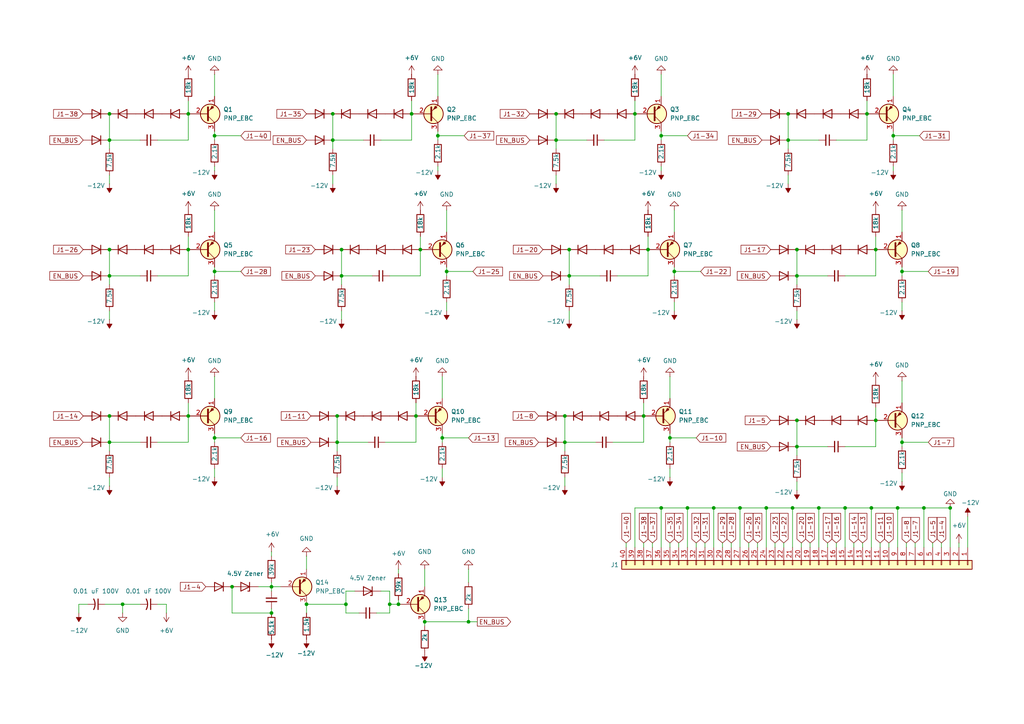
<source format=kicad_sch>
(kicad_sch (version 20250114) (generator "eeschema") (generator_version "9.0")
  (paper "A4")
  (title_block (title "LD312-1") (date "2025-08-01") (comment 9 "Hellorld!"))
  (junction (at 129.54 78.74))
  (junction (at 259.08 39.37))
  (junction (at 165.1 72.39))
  (junction (at 231.14 129.54))
  (junction (at 127 39.37))
  (junction (at 96.52 33.02))
  (junction (at 195.58 78.74))
  (junction (at 231.14 72.39))
  (junction (at 78.74 177.8))
  (junction (at 31.75 33.02))
  (junction (at 31.75 80.01))
  (junction (at 128.27 127))
  (junction (at 228.6 40.64))
  (junction (at 113.03 175.26))
  (junction (at 62.23 78.74))
  (junction (at 54.61 72.39))
  (junction (at 191.77 39.37))
  (junction (at 267.97 147.32))
  (junction (at 184.15 33.02))
  (junction (at 163.83 120.65))
  (junction (at 97.79 120.65))
  (junction (at 237.49 147.32))
  (junction (at 191.77 147.32))
  (junction (at 207.01 147.32))
  (junction (at 229.87 147.32))
  (junction (at 222.25 147.32))
  (junction (at 120.65 120.65))
  (junction (at 165.1 80.01))
  (junction (at 31.75 128.27))
  (junction (at 254 121.92))
  (junction (at 254 72.39))
  (junction (at 161.29 33.02))
  (junction (at 115.57 175.26))
  (junction (at 252.73 147.32))
  (junction (at 96.52 40.64))
  (junction (at 163.83 128.27))
  (junction (at 261.62 128.27))
  (junction (at 31.75 72.39))
  (junction (at 78.74 170.18))
  (junction (at 245.11 147.32))
  (junction (at 62.23 127))
  (junction (at 99.06 80.01))
  (junction (at 88.9 175.26))
  (junction (at 97.79 128.27))
  (junction (at 121.92 72.39))
  (junction (at 119.38 33.02))
  (junction (at 194.31 127))
  (junction (at 251.46 33.02))
  (junction (at 231.14 80.01))
  (junction (at 67.31 170.18))
  (junction (at 260.35 147.32))
  (junction (at 54.61 33.02))
  (junction (at 62.23 39.37))
  (junction (at 187.96 72.39))
  (junction (at 261.62 78.74))
  (junction (at 199.39 147.32))
  (junction (at 161.29 40.64))
  (junction (at 186.69 120.65))
  (junction (at 31.75 40.64))
  (junction (at 99.06 72.39))
  (junction (at 228.6 33.02))
  (junction (at 135.89 180.34))
  (junction (at 231.14 121.92))
  (junction (at 275.59 147.32))
  (junction (at 31.75 120.65))
  (junction (at 54.61 120.65))
  (junction (at 123.19 180.34))
  (junction (at 100.33 175.26))
  (junction (at 35.56 175.26))
  (junction (at 214.63 147.32))
  (wire (pts (xy 97.79 120.65) (xy 97.79 128.27)))
  (wire (pts (xy 96.52 40.64) (xy 96.52 43.18)))
  (wire (pts (xy 88.9 161.29) (xy 88.9 165.1)))
  (wire (pts (xy 257.81 157.48) (xy 257.81 158.75)))
  (wire (pts (xy 54.61 120.65) (xy 54.61 128.27)))
  (wire (pts (xy 222.25 147.32) (xy 222.25 158.75)))
  (wire (pts (xy 245.11 129.54) (xy 254 129.54)))
  (wire (pts (xy 275.59 147.32) (xy 275.59 158.75)))
  (wire (pts (xy 96.52 50.8) (xy 96.52 53.34)))
  (wire (pts (xy 184.15 147.32) (xy 184.15 158.75)))
  (wire (pts (xy 267.97 147.32) (xy 267.97 158.75)))
  (wire (pts (xy 110.49 40.64) (xy 119.38 40.64)))
  (wire (pts (xy 127 40.64) (xy 127 39.37)))
  (wire (pts (xy 252.73 147.32) (xy 252.73 158.75)))
  (wire (pts (xy 231.14 129.54) (xy 231.14 132.08)))
  (wire (pts (xy 62.23 48.26) (xy 62.23 49.53)))
  (wire (pts (xy 189.23 157.48) (xy 189.23 158.75)))
  (wire (pts (xy 195.58 60.96) (xy 195.58 67.31)))
  (wire (pts (xy 184.15 33.02) (xy 184.15 40.64)))
  (wire (pts (xy 134.62 39.37) (xy 127 39.37)))
  (wire (pts (xy 260.35 147.32) (xy 267.97 147.32)))
  (wire (pts (xy 127 21.59) (xy 127 27.94)))
  (wire (pts (xy 231.14 80.01) (xy 240.03 80.01)))
  (wire (pts (xy 135.89 180.34) (xy 138.43 180.34)))
  (wire (pts (xy 115.57 173.99) (xy 115.57 175.26)))
  (wire (pts (xy 199.39 39.37) (xy 191.77 39.37)))
  (wire (pts (xy 266.7 39.37) (xy 259.08 39.37)))
  (wire (pts (xy 135.89 127) (xy 128.27 127)))
  (wire (pts (xy 22.86 175.26) (xy 25.4 175.26)))
  (wire (pts (xy 194.31 135.89) (xy 194.31 138.43)))
  (wire (pts (xy 212.09 157.48) (xy 212.09 158.75)))
  (wire (pts (xy 228.6 33.02) (xy 228.6 40.64)))
  (wire (pts (xy 259.08 38.1) (xy 259.08 39.37)))
  (wire (pts (xy 250.19 157.48) (xy 250.19 158.75)))
  (wire (pts (xy 191.77 21.59) (xy 191.77 27.94)))
  (wire (pts (xy 137.16 78.74) (xy 129.54 78.74)))
  (wire (pts (xy 161.29 50.8) (xy 161.29 53.34)))
  (wire (pts (xy 31.75 80.01) (xy 31.75 82.55)))
  (wire (pts (xy 234.95 157.48) (xy 234.95 158.75)))
  (wire (pts (xy 261.62 60.96) (xy 261.62 67.31)))
  (wire (pts (xy 35.56 175.26) (xy 40.64 175.26)))
  (wire (pts (xy 255.27 157.48) (xy 255.27 158.75)))
  (wire (pts (xy 251.46 29.21) (xy 251.46 33.02)))
  (wire (pts (xy 129.54 60.96) (xy 129.54 67.31)))
  (wire (pts (xy 228.6 50.8) (xy 228.6 53.34)))
  (wire (pts (xy 163.83 138.43) (xy 163.83 140.97)))
  (wire (pts (xy 128.27 128.27) (xy 128.27 127)))
  (wire (pts (xy 251.46 33.02) (xy 251.46 40.64)))
  (wire (pts (xy 209.55 157.48) (xy 209.55 158.75)))
  (wire (pts (xy 196.85 157.48) (xy 196.85 158.75)))
  (wire (pts (xy 280.67 149.86) (xy 280.67 158.75)))
  (wire (pts (xy 242.57 40.64) (xy 251.46 40.64)))
  (wire (pts (xy 69.85 127) (xy 62.23 127)))
  (wire (pts (xy 214.63 147.32) (xy 222.25 147.32)))
  (wire (pts (xy 30.48 175.26) (xy 35.56 175.26)))
  (wire (pts (xy 62.23 77.47) (xy 62.23 78.74)))
  (wire (pts (xy 62.23 60.96) (xy 62.23 67.31)))
  (wire (pts (xy 69.85 39.37) (xy 62.23 39.37)))
  (wire (pts (xy 104.14 177.8) (xy 100.33 177.8)))
  (wire (pts (xy 181.61 157.48) (xy 181.61 158.75)))
  (wire (pts (xy 237.49 147.32) (xy 237.49 158.75)))
  (wire (pts (xy 194.31 125.73) (xy 194.31 127)))
  (wire (pts (xy 194.31 157.48) (xy 194.31 158.75)))
  (wire (pts (xy 254 118.11) (xy 254 121.92)))
  (wire (pts (xy 186.69 120.65) (xy 186.69 128.27)))
  (wire (pts (xy 78.74 176.53) (xy 78.74 177.8)))
  (wire (pts (xy 229.87 147.32) (xy 237.49 147.32)))
  (wire (pts (xy 261.62 110.49) (xy 261.62 116.84)))
  (wire (pts (xy 113.03 171.45) (xy 113.03 175.26)))
  (wire (pts (xy 121.92 72.39) (xy 121.92 80.01)))
  (wire (pts (xy 100.33 177.8) (xy 100.33 175.26)))
  (wire (pts (xy 54.61 68.58) (xy 54.61 72.39)))
  (wire (pts (xy 231.14 90.17) (xy 231.14 92.71)))
  (wire (pts (xy 203.2 78.74) (xy 195.58 78.74)))
  (wire (pts (xy 259.08 21.59) (xy 259.08 27.94)))
  (wire (pts (xy 228.6 40.64) (xy 237.49 40.64)))
  (wire (pts (xy 195.58 77.47) (xy 195.58 78.74)))
  (wire (pts (xy 113.03 175.26) (xy 113.03 177.8)))
  (wire (pts (xy 119.38 33.02) (xy 119.38 40.64)))
  (wire (pts (xy 96.52 40.64) (xy 105.41 40.64)))
  (wire (pts (xy 45.72 40.64) (xy 54.61 40.64)))
  (wire (pts (xy 175.26 40.64) (xy 184.15 40.64)))
  (wire (pts (xy 31.75 40.64) (xy 40.64 40.64)))
  (wire (pts (xy 97.79 128.27) (xy 106.68 128.27)))
  (wire (pts (xy 97.79 138.43) (xy 97.79 140.97)))
  (wire (pts (xy 35.56 175.26) (xy 35.56 177.8)))
  (wire (pts (xy 62.23 125.73) (xy 62.23 127)))
  (wire (pts (xy 229.87 147.32) (xy 229.87 158.75)))
  (wire (pts (xy 78.74 168.91) (xy 78.74 170.18)))
  (wire (pts (xy 231.14 129.54) (xy 240.03 129.54)))
  (wire (pts (xy 195.58 80.01) (xy 195.58 78.74)))
  (wire (pts (xy 78.74 160.02) (xy 78.74 161.29)))
  (wire (pts (xy 254 68.58) (xy 254 72.39)))
  (wire (pts (xy 128.27 109.22) (xy 128.27 115.57)))
  (wire (pts (xy 69.85 78.74) (xy 62.23 78.74)))
  (wire (pts (xy 129.54 80.01) (xy 129.54 78.74)))
  (wire (pts (xy 252.73 147.32) (xy 260.35 147.32)))
  (wire (pts (xy 199.39 147.32) (xy 199.39 158.75)))
  (wire (pts (xy 62.23 38.1) (xy 62.23 39.37)))
  (wire (pts (xy 115.57 165.1) (xy 115.57 166.37)))
  (wire (pts (xy 245.11 147.32) (xy 252.73 147.32)))
  (wire (pts (xy 78.74 170.18) (xy 81.28 170.18)))
  (wire (pts (xy 45.72 128.27) (xy 54.61 128.27)))
  (wire (pts (xy 123.19 165.1) (xy 123.19 170.18)))
  (wire (pts (xy 31.75 72.39) (xy 31.75 80.01)))
  (wire (pts (xy 31.75 128.27) (xy 31.75 130.81)))
  (wire (pts (xy 99.06 80.01) (xy 107.95 80.01)))
  (wire (pts (xy 201.93 127) (xy 194.31 127)))
  (wire (pts (xy 120.65 120.65) (xy 120.65 128.27)))
  (wire (pts (xy 67.31 170.18) (xy 67.31 177.8)))
  (wire (pts (xy 214.63 147.32) (xy 214.63 158.75)))
  (wire (pts (xy 254 72.39) (xy 254 80.01)))
  (wire (pts (xy 62.23 21.59) (xy 62.23 27.94)))
  (wire (pts (xy 163.83 128.27) (xy 163.83 130.81)))
  (wire (pts (xy 191.77 48.26) (xy 191.77 49.53)))
  (wire (pts (xy 99.06 80.01) (xy 99.06 82.55)))
  (wire (pts (xy 45.72 80.01) (xy 54.61 80.01)))
  (wire (pts (xy 128.27 125.73) (xy 128.27 127)))
  (wire (pts (xy 231.14 121.92) (xy 231.14 129.54)))
  (wire (pts (xy 135.89 176.53) (xy 135.89 180.34)))
  (wire (pts (xy 242.57 157.48) (xy 242.57 158.75)))
  (wire (pts (xy 127 38.1) (xy 127 39.37)))
  (wire (pts (xy 97.79 128.27) (xy 97.79 130.81)))
  (wire (pts (xy 191.77 147.32) (xy 199.39 147.32)))
  (wire (pts (xy 163.83 128.27) (xy 172.72 128.27)))
  (wire (pts (xy 31.75 50.8) (xy 31.75 53.34)))
  (wire (pts (xy 199.39 147.32) (xy 207.01 147.32)))
  (wire (pts (xy 22.86 177.8) (xy 22.86 175.26)))
  (wire (pts (xy 245.11 80.01) (xy 254 80.01)))
  (wire (pts (xy 265.43 157.48) (xy 265.43 158.75)))
  (wire (pts (xy 186.69 116.84) (xy 186.69 120.65)))
  (wire (pts (xy 161.29 33.02) (xy 161.29 40.64)))
  (wire (pts (xy 259.08 40.64) (xy 259.08 39.37)))
  (wire (pts (xy 260.35 147.32) (xy 260.35 158.75)))
  (wire (pts (xy 165.1 72.39) (xy 165.1 80.01)))
  (wire (pts (xy 120.65 116.84) (xy 120.65 120.65)))
  (wire (pts (xy 48.26 175.26) (xy 45.72 175.26)))
  (wire (pts (xy 195.58 87.63) (xy 195.58 90.17)))
  (wire (pts (xy 261.62 87.63) (xy 261.62 90.17)))
  (wire (pts (xy 240.03 157.48) (xy 240.03 158.75)))
  (wire (pts (xy 62.23 80.01) (xy 62.23 78.74)))
  (wire (pts (xy 273.05 157.48) (xy 273.05 158.75)))
  (wire (pts (xy 31.75 128.27) (xy 40.64 128.27)))
  (wire (pts (xy 165.1 90.17) (xy 165.1 92.71)))
  (wire (pts (xy 31.75 80.01) (xy 40.64 80.01)))
  (wire (pts (xy 194.31 128.27) (xy 194.31 127)))
  (wire (pts (xy 270.51 157.48) (xy 270.51 158.75)))
  (wire (pts (xy 261.62 129.54) (xy 261.62 128.27)))
  (wire (pts (xy 163.83 120.65) (xy 163.83 128.27)))
  (wire (pts (xy 100.33 171.45) (xy 102.87 171.45)))
  (wire (pts (xy 219.71 157.48) (xy 219.71 158.75)))
  (wire (pts (xy 121.92 68.58) (xy 121.92 72.39)))
  (wire (pts (xy 62.23 40.64) (xy 62.23 39.37)))
  (wire (pts (xy 261.62 80.01) (xy 261.62 78.74)))
  (wire (pts (xy 194.31 109.22) (xy 194.31 115.57)))
  (wire (pts (xy 54.61 33.02) (xy 54.61 40.64)))
  (wire (pts (xy 186.69 157.48) (xy 186.69 158.75)))
  (wire (pts (xy 31.75 120.65) (xy 31.75 128.27)))
  (wire (pts (xy 245.11 147.32) (xy 245.11 158.75)))
  (wire (pts (xy 54.61 116.84) (xy 54.61 120.65)))
  (wire (pts (xy 88.9 177.8) (xy 88.9 175.26)))
  (wire (pts (xy 88.9 175.26) (xy 100.33 175.26)))
  (wire (pts (xy 269.24 128.27) (xy 261.62 128.27)))
  (wire (pts (xy 231.14 72.39) (xy 231.14 80.01)))
  (wire (pts (xy 165.1 80.01) (xy 173.99 80.01)))
  (wire (pts (xy 100.33 175.26) (xy 100.33 171.45)))
  (wire (pts (xy 78.74 177.8) (xy 67.31 177.8)))
  (wire (pts (xy 237.49 147.32) (xy 245.11 147.32)))
  (wire (pts (xy 224.79 157.48) (xy 224.79 158.75)))
  (wire (pts (xy 191.77 147.32) (xy 191.77 158.75)))
  (wire (pts (xy 31.75 40.64) (xy 31.75 43.18)))
  (wire (pts (xy 135.89 165.1) (xy 135.89 168.91)))
  (wire (pts (xy 54.61 72.39) (xy 54.61 80.01)))
  (wire (pts (xy 228.6 40.64) (xy 228.6 43.18)))
  (wire (pts (xy 217.17 157.48) (xy 217.17 158.75)))
  (wire (pts (xy 261.62 127) (xy 261.62 128.27)))
  (wire (pts (xy 187.96 72.39) (xy 187.96 80.01)))
  (wire (pts (xy 184.15 29.21) (xy 184.15 33.02)))
  (wire (pts (xy 113.03 80.01) (xy 121.92 80.01)))
  (wire (pts (xy 161.29 40.64) (xy 161.29 43.18)))
  (wire (pts (xy 201.93 157.48) (xy 201.93 158.75)))
  (wire (pts (xy 96.52 33.02) (xy 96.52 40.64)))
  (wire (pts (xy 31.75 33.02) (xy 31.75 40.64)))
  (wire (pts (xy 165.1 80.01) (xy 165.1 82.55)))
  (wire (pts (xy 113.03 175.26) (xy 115.57 175.26)))
  (wire (pts (xy 232.41 157.48) (xy 232.41 158.75)))
  (wire (pts (xy 99.06 72.39) (xy 99.06 80.01)))
  (wire (pts (xy 207.01 147.32) (xy 207.01 158.75)))
  (wire (pts (xy 269.24 78.74) (xy 261.62 78.74)))
  (wire (pts (xy 62.23 128.27) (xy 62.23 127)))
  (wire (pts (xy 231.14 80.01) (xy 231.14 82.55)))
  (wire (pts (xy 62.23 87.63) (xy 62.23 90.17)))
  (wire (pts (xy 259.08 48.26) (xy 259.08 49.53)))
  (wire (pts (xy 135.89 180.34) (xy 123.19 180.34)))
  (wire (pts (xy 161.29 40.64) (xy 170.18 40.64)))
  (wire (pts (xy 48.26 177.8) (xy 48.26 175.26)))
  (wire (pts (xy 231.14 139.7) (xy 231.14 142.24)))
  (wire (pts (xy 222.25 147.32) (xy 229.87 147.32)))
  (wire (pts (xy 123.19 180.34) (xy 123.19 181.61)))
  (wire (pts (xy 119.38 29.21) (xy 119.38 33.02)))
  (wire (pts (xy 261.62 137.16) (xy 261.62 139.7)))
  (wire (pts (xy 127 48.26) (xy 127 49.53)))
  (wire (pts (xy 227.33 157.48) (xy 227.33 158.75)))
  (wire (pts (xy 179.07 80.01) (xy 187.96 80.01)))
  (wire (pts (xy 191.77 40.64) (xy 191.77 39.37)))
  (wire (pts (xy 74.93 170.18) (xy 78.74 170.18)))
  (wire (pts (xy 254 121.92) (xy 254 129.54)))
  (wire (pts (xy 62.23 135.89) (xy 62.23 138.43)))
  (wire (pts (xy 99.06 90.17) (xy 99.06 92.71)))
  (wire (pts (xy 128.27 135.89) (xy 128.27 138.43)))
  (wire (pts (xy 247.65 157.48) (xy 247.65 158.75)))
  (wire (pts (xy 262.89 157.48) (xy 262.89 158.75)))
  (wire (pts (xy 110.49 171.45) (xy 113.03 171.45)))
  (wire (pts (xy 31.75 90.17) (xy 31.75 92.71)))
  (wire (pts (xy 191.77 147.32) (xy 184.15 147.32)))
  (wire (pts (xy 111.76 128.27) (xy 120.65 128.27)))
  (wire (pts (xy 54.61 29.21) (xy 54.61 33.02)))
  (wire (pts (xy 278.13 157.48) (xy 278.13 158.75)))
  (wire (pts (xy 177.8 128.27) (xy 186.69 128.27)))
  (wire (pts (xy 62.23 109.22) (xy 62.23 115.57)))
  (wire (pts (xy 204.47 157.48) (xy 204.47 158.75)))
  (wire (pts (xy 191.77 38.1) (xy 191.77 39.37)))
  (wire (pts (xy 129.54 87.63) (xy 129.54 90.17)))
  (wire (pts (xy 31.75 138.43) (xy 31.75 140.97)))
  (wire (pts (xy 129.54 77.47) (xy 129.54 78.74)))
  (wire (pts (xy 207.01 147.32) (xy 214.63 147.32)))
  (wire (pts (xy 78.74 171.45) (xy 78.74 170.18)))
  (wire (pts (xy 109.22 177.8) (xy 113.03 177.8)))
  (wire (pts (xy 187.96 68.58) (xy 187.96 72.39)))
  (wire (pts (xy 267.97 147.32) (xy 275.59 147.32)))
  (wire (pts (xy 261.62 77.47) (xy 261.62 78.74)))
  (global_label "J1-35" (shape input) (at 88.9 33.02 180) (property "Intersheetrefs" "${INTERSHEET_REFS}" (effects (hide yes))))
  (global_label "J1-25" (shape input) (at 137.16 78.74 0) (property "Intersheetrefs" "${INTERSHEET_REFS}" (effects (hide yes))))
  (global_label "J1-25" (shape input) (at 219.71 157.48 90) (property "Intersheetrefs" "${INTERSHEET_REFS}" (effects (hide yes))))
  (global_label "EN_BUS" (shape input) (at 153.67 40.64 180) (property "Intersheetrefs" "${INTERSHEET_REFS}" (effects (hide yes))))
  (global_label "J1-34" (shape input) (at 196.85 157.48 90) (property "Intersheetrefs" "${INTERSHEET_REFS}" (effects (hide yes))))
  (global_label "J1-5" (shape input) (at 270.51 157.48 90) (property "Intersheetrefs" "${INTERSHEET_REFS}" (effects (hide yes))))
  (global_label "J1-16" (shape input) (at 242.57 157.48 90) (property "Intersheetrefs" "${INTERSHEET_REFS}" (effects (hide yes))))
  (global_label "J1-10" (shape input) (at 257.81 157.48 90) (property "Intersheetrefs" "${INTERSHEET_REFS}" (effects (hide yes))))
  (global_label "EN_BUS" (shape input) (at 223.52 129.54 180) (property "Intersheetrefs" "${INTERSHEET_REFS}" (effects (hide yes))))
  (global_label "J1-19" (shape input) (at 269.24 78.74 0) (property "Intersheetrefs" "${INTERSHEET_REFS}" (effects (hide yes))))
  (global_label "J1-19" (shape input) (at 234.95 157.48 90) (property "Intersheetrefs" "${INTERSHEET_REFS}" (effects (hide yes))))
  (global_label "J1-37" (shape input) (at 134.62 39.37 0) (property "Intersheetrefs" "${INTERSHEET_REFS}" (effects (hide yes))))
  (global_label "J1-37" (shape input) (at 189.23 157.48 90) (property "Intersheetrefs" "${INTERSHEET_REFS}" (effects (hide yes))))
  (global_label "J1-17" (shape input) (at 240.03 157.48 90) (property "Intersheetrefs" "${INTERSHEET_REFS}" (effects (hide yes))))
  (global_label "J1-11" (shape input) (at 90.17 120.65 180) (property "Intersheetrefs" "${INTERSHEET_REFS}" (effects (hide yes))))
  (global_label "J1-40" (shape input) (at 69.85 39.37 0) (property "Intersheetrefs" "${INTERSHEET_REFS}" (effects (hide yes))))
  (global_label "J1-14" (shape input) (at 247.65 157.48 90) (property "Intersheetrefs" "${INTERSHEET_REFS}" (effects (hide yes))))
  (global_label "EN_BUS" (shape input) (at 156.21 128.27 180) (property "Intersheetrefs" "${INTERSHEET_REFS}" (effects (hide yes))))
  (global_label "J1-38" (shape input) (at 24.13 33.02 180) (property "Intersheetrefs" "${INTERSHEET_REFS}" (effects (hide yes))))
  (global_label "J1-26" (shape input) (at 24.13 72.39 180) (property "Intersheetrefs" "${INTERSHEET_REFS}" (effects (hide yes))))
  (global_label "J1-20" (shape input) (at 232.41 157.48 90) (property "Intersheetrefs" "${INTERSHEET_REFS}" (effects (hide yes))))
  (global_label "J1-13" (shape input) (at 250.19 157.48 90) (property "Intersheetrefs" "${INTERSHEET_REFS}" (effects (hide yes))))
  (global_label "EN_BUS" (shape input) (at 88.9 40.64 180) (property "Intersheetrefs" "${INTERSHEET_REFS}" (effects (hide yes))))
  (global_label "EN_BUS" (shape input) (at 24.13 80.01 180) (property "Intersheetrefs" "${INTERSHEET_REFS}" (effects (hide yes))))
  (global_label "J1-32" (shape input) (at 153.67 33.02 180) (property "Intersheetrefs" "${INTERSHEET_REFS}" (effects (hide yes))))
  (global_label "J1-16" (shape input) (at 69.85 127 0) (property "Intersheetrefs" "${INTERSHEET_REFS}" (effects (hide yes))))
  (global_label "J1-29" (shape input) (at 209.55 157.48 90) (property "Intersheetrefs" "${INTERSHEET_REFS}" (effects (hide yes))))
  (global_label "J1-32" (shape input) (at 201.93 157.48 90) (property "Intersheetrefs" "${INTERSHEET_REFS}" (effects (hide yes))))
  (global_label "J1-28" (shape input) (at 212.09 157.48 90) (property "Intersheetrefs" "${INTERSHEET_REFS}" (effects (hide yes))))
  (global_label "J1-29" (shape input) (at 220.98 33.02 180) (property "Intersheetrefs" "${INTERSHEET_REFS}" (effects (hide yes))))
  (global_label "EN_BUS" (shape input) (at 24.13 128.27 180) (property "Intersheetrefs" "${INTERSHEET_REFS}" (effects (hide yes))))
  (global_label "J1-10" (shape input) (at 201.93 127 0) (property "Intersheetrefs" "${INTERSHEET_REFS}" (effects (hide yes))))
  (global_label "J1-8" (shape input) (at 262.89 157.48 90) (property "Intersheetrefs" "${INTERSHEET_REFS}" (effects (hide yes))))
  (global_label "J1-34" (shape input) (at 199.39 39.37 0) (property "Intersheetrefs" "${INTERSHEET_REFS}" (effects (hide yes))))
  (global_label "EN_BUS" (shape input) (at 223.52 80.01 180) (property "Intersheetrefs" "${INTERSHEET_REFS}" (effects (hide yes))))
  (global_label "J1-23" (shape input) (at 224.79 157.48 90) (property "Intersheetrefs" "${INTERSHEET_REFS}" (effects (hide yes))))
  (global_label "J1-23" (shape input) (at 91.44 72.39 180) (property "Intersheetrefs" "${INTERSHEET_REFS}" (effects (hide yes))))
  (global_label "J1-11" (shape input) (at 255.27 157.48 90) (property "Intersheetrefs" "${INTERSHEET_REFS}" (effects (hide yes))))
  (global_label "J1-40" (shape input) (at 181.61 157.48 90) (property "Intersheetrefs" "${INTERSHEET_REFS}" (effects (hide yes))))
  (global_label "J1-8" (shape input) (at 156.21 120.65 180) (property "Intersheetrefs" "${INTERSHEET_REFS}" (effects (hide yes))))
  (global_label "J1-14" (shape input) (at 24.13 120.65 180) (property "Intersheetrefs" "${INTERSHEET_REFS}" (effects (hide yes))))
  (global_label "J1-7" (shape input) (at 269.24 128.27 0) (property "Intersheetrefs" "${INTERSHEET_REFS}" (effects (hide yes))))
  (global_label "J1-13" (shape input) (at 135.89 127 0) (property "Intersheetrefs" "${INTERSHEET_REFS}" (effects (hide yes))))
  (global_label "J1-5" (shape input) (at 223.52 121.92 180) (property "Intersheetrefs" "${INTERSHEET_REFS}" (effects (hide yes))))
  (global_label "EN_BUS" (shape input) (at 157.48 80.01 180) (property "Intersheetrefs" "${INTERSHEET_REFS}" (effects (hide yes))))
  (global_label "J1-28" (shape input) (at 69.85 78.74 0) (property "Intersheetrefs" "${INTERSHEET_REFS}" (effects (hide yes))))
  (global_label "J1-7" (shape input) (at 265.43 157.48 90) (property "Intersheetrefs" "${INTERSHEET_REFS}" (effects (hide yes))))
  (global_label "EN_BUS" (shape input) (at 24.13 40.64 180) (property "Intersheetrefs" "${INTERSHEET_REFS}" (effects (hide yes))))
  (global_label "J1-22" (shape input) (at 227.33 157.48 90) (property "Intersheetrefs" "${INTERSHEET_REFS}" (effects (hide yes))))
  (global_label "J1-17" (shape input) (at 223.52 72.39 180) (property "Intersheetrefs" "${INTERSHEET_REFS}" (effects (hide yes))))
  (global_label "J1-4" (shape input) (at 273.05 157.48 90) (property "Intersheetrefs" "${INTERSHEET_REFS}" (effects (hide yes))))
  (global_label "EN_BUS" (shape output) (at 138.43 180.34 0) (property "Intersheetrefs" "${INTERSHEET_REFS}" (effects (hide yes))))
  (global_label "J1-26" (shape input) (at 217.17 157.48 90) (property "Intersheetrefs" "${INTERSHEET_REFS}" (effects (hide yes))))
  (global_label "J1-35" (shape input) (at 194.31 157.48 90) (property "Intersheetrefs" "${INTERSHEET_REFS}" (effects (hide yes))))
  (global_label "J1-4" (shape input) (at 59.69 170.18 180) (property "Intersheetrefs" "${INTERSHEET_REFS}" (effects (hide yes))))
  (global_label "J1-38" (shape input) (at 186.69 157.48 90) (property "Intersheetrefs" "${INTERSHEET_REFS}" (effects (hide yes))))
  (global_label "J1-22" (shape input) (at 203.2 78.74 0) (property "Intersheetrefs" "${INTERSHEET_REFS}" (effects (hide yes))))
  (global_label "J1-20" (shape input) (at 157.48 72.39 180) (property "Intersheetrefs" "${INTERSHEET_REFS}" (effects (hide yes))))
  (global_label "EN_BUS" (shape input) (at 90.17 128.27 180) (property "Intersheetrefs" "${INTERSHEET_REFS}" (effects (hide yes))))
  (global_label "J1-31" (shape input) (at 204.47 157.48 90) (property "Intersheetrefs" "${INTERSHEET_REFS}" (effects (hide yes))))
  (global_label "EN_BUS" (shape input) (at 220.98 40.64 180) (property "Intersheetrefs" "${INTERSHEET_REFS}" (effects (hide yes))))
  (global_label "EN_BUS" (shape input) (at 91.44 80.01 180) (property "Intersheetrefs" "${INTERSHEET_REFS}" (effects (hide yes))))
  (global_label "J1-31" (shape input) (at 266.7 39.37 0) (property "Intersheetrefs" "${INTERSHEET_REFS}" (effects (hide yes))))
  (symbol (lib_id "power:+6V") (at 254 60.96 0) (unit 1)
    (property "Reference" "#PWR036" (effects (hide yes)))
    (property "Value" "+6V" (at 254 56.134 0))
    (property "Description" "Power symbol creates a global label with name \"+6V\"" (effects (hide yes)))
  )
  (symbol (lib_id "PCM_Transistor_BJT_AKL:Q_PNP_Generic_EBC") (at 59.69 72.39 0) (unit 1)
    (property "Reference" "Q5" (at 64.77 71.1199 0) (effects (justify left)))
    (property "Value" "PNP_EBC" (at 64.77 73.6599 0) (effects (justify left)))
    (property "Footprint" "Package_TO_SOT_THT:TO-18-3" (effects (hide yes)))
    (property "Description" "PNP transistor, generic symbol, Alternate KiCAD Library" (effects (hide yes)))
  )
  (symbol (lib_id "power:-12V") (at 31.75 92.71 180) (unit 1)
    (property "Reference" "#PWR026" (effects (hide yes)))
    (property "Value" "-12V" (at 25.146 93.218 0) (effects (justify right)))
    (property "Description" "Power symbol creates a global label with name \"-12V\"" (effects (hide yes)))
  )
  (symbol (lib_id "Device:C_Small") (at 78.74 173.99 180) (unit 1)
    (property "Reference" "C18" (effects (hide yes)))
    (property "Value" "C_Small" (effects (hide yes)))
    (property "Footprint" "Capacitor_THT:C_Rect_L7.2mm_W2.5mm_P5.00mm_FKS2_FKP2_MKS2_MKP2" (effects (hide yes)))
    (property "Description" "Unpolarized capacitor, small symbol" (effects (hide yes)))
  )
  (symbol (lib_id "power:-12V") (at 161.29 53.34 180) (unit 1)
    (property "Reference" "#PWR011" (effects (hide yes)))
    (property "Value" "-12V" (at 154.686 53.848 0) (effects (justify right)))
    (property "Description" "Power symbol creates a global label with name \"-12V\"" (effects (hide yes)))
  )
  (symbol (lib_id "PCM_Transistor_BJT_AKL:Q_PNP_Generic_EBC") (at 125.73 120.65 0) (unit 1)
    (property "Reference" "Q10" (at 130.81 119.3799 0) (effects (justify left)))
    (property "Value" "PNP_EBC" (at 130.81 121.9199 0) (effects (justify left)))
    (property "Footprint" "Package_TO_SOT_THT:TO-18-3" (effects (hide yes)))
    (property "Description" "PNP transistor, generic symbol, Alternate KiCAD Library" (effects (hide yes)))
  )
  (symbol (lib_id "Device:R") (at 187.96 64.77 0) (unit 1)
    (property "Reference" "R26" (effects (hide yes)))
    (property "Value" "18k" (at 187.96 66.548 90) (effects (justify left)))
    (property "Footprint" "Resistor_THT:R_Axial_DIN0309_L9.0mm_D3.2mm_P12.70mm_Horizontal" (effects (hide yes)))
    (property "Description" "Resistor" (effects (hide yes)))
  )
  (symbol (lib_id "Device:C_Small") (at 110.49 80.01 270) (unit 1)
    (property "Reference" "C11" (effects (hide yes)))
    (property "Value" "C_Small" (effects (hide yes)))
    (property "Footprint" "Capacitor_THT:C_Rect_L10.0mm_W2.5mm_P7.50mm_MKS4" (effects (hide yes)))
    (property "Description" "Unpolarized capacitor, small symbol" (effects (hide yes)))
  )
  (symbol (lib_id "Device:R") (at 62.23 132.08 0) (unit 1)
    (property "Reference" "R33" (effects (hide yes)))
    (property "Value" "2.1k" (at 62.23 133.858 90) (effects (justify left)))
    (property "Footprint" "Resistor_THT:R_Axial_DIN0309_L9.0mm_D3.2mm_P12.70mm_Horizontal" (effects (hide yes)))
    (property "Description" "Resistor" (effects (hide yes)))
  )
  (symbol (lib_id "Device:C_Small") (at 43.18 128.27 270) (unit 1)
    (property "Reference" "C14" (effects (hide yes)))
    (property "Value" "C_Small" (effects (hide yes)))
    (property "Footprint" "Capacitor_THT:C_Rect_L10.0mm_W2.5mm_P7.50mm_MKS4" (effects (hide yes)))
    (property "Description" "Unpolarized capacitor, small symbol" (effects (hide yes)))
  )
  (symbol (lib_id "Diode:1N4148WT") (at 227.33 129.54 180) (unit 1)
    (property "Reference" "D67" (effects (hide yes)))
    (property "Value" "1N4148WT" (effects (hide yes)))
    (property "Footprint" "Diode_THT:D_A-405_P12.70mm_Horizontal" (effects (hide yes)))
    (property "Datasheet" "https://www.diodes.com/assets/Datasheets/ds30396.pdf" (effects (hide yes)))
    (property "Description" "75V 0.15A Fast switching Diode, SOD-523" (effects (hide yes)))
    (property "Sim.Device" "D" (effects (hide yes)))
    (property "Sim.Pins" "1=K 2=A" (effects (hide yes)))
  )
  (symbol (lib_id "power:+6V") (at 254 110.49 0) (unit 1)
    (property "Reference" "#PWR048" (effects (hide yes)))
    (property "Value" "+6V" (at 254 105.664 0))
    (property "Description" "Power symbol creates a global label with name \"+6V\"" (effects (hide yes)))
  )
  (symbol (lib_id "Diode:1N4148WT") (at 43.18 33.02 0) (unit 1)
    (property "Reference" "D2" (effects (hide yes)))
    (property "Value" "1N4148WT" (effects (hide yes)))
    (property "Footprint" "Diode_THT:D_A-405_P12.70mm_Horizontal" (effects (hide yes)))
    (property "Datasheet" "https://www.diodes.com/assets/Datasheets/ds30396.pdf" (effects (hide yes)))
    (property "Description" "75V 0.15A Fast switching Diode, SOD-523" (effects (hide yes)))
    (property "Sim.Device" "D" (effects (hide yes)))
    (property "Sim.Pins" "1=K 2=A" (effects (hide yes)))
  )
  (symbol (lib_id "power:-12V") (at 31.75 140.97 180) (unit 1)
    (property "Reference" "#PWR038" (effects (hide yes)))
    (property "Value" "-12V" (at 25.146 141.478 0) (effects (justify right)))
    (property "Description" "Power symbol creates a global label with name \"-12V\"" (effects (hide yes)))
  )
  (symbol (lib_id "Diode:1N4148WT") (at 107.95 33.02 0) (unit 1)
    (property "Reference" "D24" (effects (hide yes)))
    (property "Value" "1N4148WT" (effects (hide yes)))
    (property "Footprint" "Diode_THT:D_A-405_P12.70mm_Horizontal" (effects (hide yes)))
    (property "Datasheet" "https://www.diodes.com/assets/Datasheets/ds30396.pdf" (effects (hide yes)))
    (property "Description" "75V 0.15A Fast switching Diode, SOD-523" (effects (hide yes)))
    (property "Sim.Device" "D" (effects (hide yes)))
    (property "Sim.Pins" "1=K 2=A" (effects (hide yes)))
  )
  (symbol (lib_id "Diode:1N4148WT") (at 118.11 72.39 0) (unit 1)
    (property "Reference" "D40" (effects (hide yes)))
    (property "Value" "1N4148WT" (effects (hide yes)))
    (property "Footprint" "Diode_THT:D_A-405_P12.70mm_Horizontal" (effects (hide yes)))
    (property "Datasheet" "https://www.diodes.com/assets/Datasheets/ds30396.pdf" (effects (hide yes)))
    (property "Description" "75V 0.15A Fast switching Diode, SOD-523" (effects (hide yes)))
    (property "Sim.Device" "D" (effects (hide yes)))
    (property "Sim.Pins" "1=K 2=A" (effects (hide yes)))
  )
  (symbol (lib_id "Device:R") (at 261.62 83.82 0) (unit 1)
    (property "Reference" "R30" (effects (hide yes)))
    (property "Value" "2.1k" (at 261.62 85.598 90) (effects (justify left)))
    (property "Footprint" "Resistor_THT:R_Axial_DIN0309_L9.0mm_D3.2mm_P12.70mm_Horizontal" (effects (hide yes)))
    (property "Description" "Resistor" (effects (hide yes)))
  )
  (symbol (lib_id "Device:C_Small") (at 107.95 40.64 270) (unit 1)
    (property "Reference" "C8" (effects (hide yes)))
    (property "Value" "C_Small" (effects (hide yes)))
    (property "Footprint" "Capacitor_THT:C_Rect_L10.0mm_W2.5mm_P7.50mm_MKS4" (effects (hide yes)))
    (property "Description" "Unpolarized capacitor, small symbol" (effects (hide yes)))
  )
  (symbol (lib_id "Diode:1N4148WT") (at 93.98 128.27 180) (unit 1)
    (property "Reference" "D57" (effects (hide yes)))
    (property "Value" "1N4148WT" (effects (hide yes)))
    (property "Footprint" "Diode_THT:D_A-405_P12.70mm_Horizontal" (effects (hide yes)))
    (property "Datasheet" "https://www.diodes.com/assets/Datasheets/ds30396.pdf" (effects (hide yes)))
    (property "Description" "75V 0.15A Fast switching Diode, SOD-523" (effects (hide yes)))
    (property "Sim.Device" "D" (effects (hide yes)))
    (property "Sim.Pins" "1=K 2=A" (effects (hide yes)))
  )
  (symbol (lib_id "Device:C_Small") (at 172.72 40.64 270) (unit 1)
    (property "Reference" "C3" (effects (hide yes)))
    (property "Value" "C_Small" (effects (hide yes)))
    (property "Footprint" "Capacitor_THT:C_Rect_L10.0mm_W2.5mm_P7.50mm_MKS4" (effects (hide yes)))
    (property "Description" "Unpolarized capacitor, small symbol" (effects (hide yes)))
  )
  (symbol (lib_id "power:+6V") (at 119.38 21.59 0) (unit 1)
    (property "Reference" "#PWR021" (effects (hide yes)))
    (property "Value" "+6V" (at 119.38 16.764 0))
    (property "Description" "Power symbol creates a global label with name \"+6V\"" (effects (hide yes)))
  )
  (symbol (lib_id "Diode:1N4148WT") (at 35.56 72.39 0) (unit 1)
    (property "Reference" "D33" (effects (hide yes)))
    (property "Value" "1N4148WT" (effects (hide yes)))
    (property "Footprint" "Diode_THT:D_A-405_P12.70mm_Horizontal" (effects (hide yes)))
    (property "Datasheet" "https://www.diodes.com/assets/Datasheets/ds30396.pdf" (effects (hide yes)))
    (property "Description" "75V 0.15A Fast switching Diode, SOD-523" (effects (hide yes)))
    (property "Sim.Device" "D" (effects (hide yes)))
    (property "Sim.Pins" "1=K 2=A" (effects (hide yes)))
  )
  (symbol (lib_id "power:+6V") (at 48.26 177.8 180) (unit 1)
    (property "Reference" "#PWR05" (effects (hide yes)))
    (property "Value" "+6V" (at 48.26 182.88 0))
    (property "Description" "Power symbol creates a global label with name \"+6V\"" (effects (hide yes)))
  )
  (symbol (lib_id "power:+6V") (at 187.96 60.96 0) (unit 1)
    (property "Reference" "#PWR033" (effects (hide yes)))
    (property "Value" "+6V" (at 187.96 56.134 0))
    (property "Description" "Power symbol creates a global label with name \"+6V\"" (effects (hide yes)))
  )
  (symbol (lib_id "Device:R") (at 231.14 86.36 0) (unit 1)
    (property "Reference" "R28" (effects (hide yes)))
    (property "Value" "7.5k" (at 231.14 88.138 90) (effects (justify left)))
    (property "Footprint" "Resistor_THT:R_Axial_DIN0309_L9.0mm_D3.2mm_P12.70mm_Horizontal" (effects (hide yes)))
    (property "Description" "Resistor" (effects (hide yes)))
  )
  (symbol (lib_id "power:GND") (at 62.23 60.96 180) (unit 1)
    (property "Reference" "#PWR028" (effects (hide yes)))
    (property "Value" "GND" (at 60.198 56.388 0) (effects (justify right)))
    (property "Description" "Power symbol creates a global label with name \"GND\" , ground" (effects (hide yes)))
  )
  (symbol (lib_id "power:-12V") (at 231.14 142.24 180) (unit 1)
    (property "Reference" "#PWR047" (effects (hide yes)))
    (property "Value" "-12V" (at 224.536 142.748 0) (effects (justify right)))
    (property "Description" "Power symbol creates a global label with name \"-12V\"" (effects (hide yes)))
  )
  (symbol (lib_id "Device:R") (at 121.92 64.77 0) (unit 1)
    (property "Reference" "R23" (effects (hide yes)))
    (property "Value" "18k" (at 121.92 66.548 90) (effects (justify left)))
    (property "Footprint" "Resistor_THT:R_Axial_DIN0309_L9.0mm_D3.2mm_P12.70mm_Horizontal" (effects (hide yes)))
    (property "Description" "Resistor" (effects (hide yes)))
  )
  (symbol (lib_id "Device:R") (at 135.89 172.72 0) (unit 1)
    (property "Reference" "R50" (effects (hide yes)))
    (property "Value" "2k" (at 135.89 174.498 90) (effects (justify left)))
    (property "Footprint" "Resistor_THT:R_Axial_DIN0309_L9.0mm_D3.2mm_P12.70mm_Horizontal" (effects (hide yes)))
    (property "Description" "Resistor" (effects (hide yes)))
  )
  (symbol (lib_id "Device:R") (at 119.38 25.4 0) (unit 1)
    (property "Reference" "R14" (effects (hide yes)))
    (property "Value" "18k" (at 119.38 27.178 90) (effects (justify left)))
    (property "Footprint" "Resistor_THT:R_Axial_DIN0309_L9.0mm_D3.2mm_P12.70mm_Horizontal" (effects (hide yes)))
    (property "Description" "Resistor" (effects (hide yes)))
  )
  (symbol (lib_id "Device:R") (at 97.79 134.62 0) (unit 1)
    (property "Reference" "R34" (effects (hide yes)))
    (property "Value" "7.5k" (at 97.79 136.398 90) (effects (justify left)))
    (property "Footprint" "Resistor_THT:R_Axial_DIN0309_L9.0mm_D3.2mm_P12.70mm_Horizontal" (effects (hide yes)))
    (property "Description" "Resistor" (effects (hide yes)))
  )
  (symbol (lib_id "Device:D_Zener") (at 71.12 170.18 180) (unit 1)
    (property "Reference" "D13" (effects (hide yes)))
    (property "Value" "4.5V Zener" (at 71.12 166.37 0))
    (property "Footprint" "Diode_THT:D_A-405_P12.70mm_Horizontal" (effects (hide yes)))
    (property "Description" "Zener diode" (effects (hide yes)))
  )
  (symbol (lib_id "power:GND") (at 275.59 147.32 180) (unit 1)
    (property "Reference" "#PWR01" (effects (hide yes)))
    (property "Value" "GND" (at 275.59 143.256 0))
    (property "Description" "Power symbol creates a global label with name \"GND\" , ground" (effects (hide yes)))
  )
  (symbol (lib_id "Device:R") (at 259.08 44.45 0) (unit 1)
    (property "Reference" "R18" (effects (hide yes)))
    (property "Value" "2.1k" (at 259.08 46.228 90) (effects (justify left)))
    (property "Footprint" "Resistor_THT:R_Axial_DIN0309_L9.0mm_D3.2mm_P12.70mm_Horizontal" (effects (hide yes)))
    (property "Description" "Resistor" (effects (hide yes)))
  )
  (symbol (lib_id "power:-12V") (at 259.08 49.53 180) (unit 1)
    (property "Reference" "#PWR016" (effects (hide yes)))
    (property "Value" "-12V" (at 252.476 50.038 0) (effects (justify right)))
    (property "Description" "Power symbol creates a global label with name \"-12V\"" (effects (hide yes)))
  )
  (symbol (lib_id "power:+6V") (at 278.13 157.48 0) (unit 1)
    (property "Reference" "#PWR02" (effects (hide yes)))
    (property "Value" "+6V" (at 278.13 152.4 0))
    (property "Description" "Power symbol creates a global label with name \"+6V\"" (effects (hide yes)))
  )
  (symbol (lib_id "power:-12V") (at 128.27 138.43 180) (unit 1)
    (property "Reference" "#PWR060" (effects (hide yes)))
    (property "Value" "-12V" (at 121.666 138.938 0) (effects (justify right)))
    (property "Description" "Power symbol creates a global label with name \"-12V\"" (effects (hide yes)))
  )
  (symbol (lib_id "Device:R") (at 78.74 181.61 180) (unit 1)
    (property "Reference" "R44" (effects (hide yes)))
    (property "Value" "5.1k" (at 78.74 179.832 90) (effects (justify left)))
    (property "Footprint" "Resistor_THT:R_Axial_DIN0207_L6.3mm_D2.5mm_P10.16mm_Horizontal" (effects (hide yes)))
    (property "Description" "Resistor" (effects (hide yes)))
  )
  (symbol (lib_id "Diode:1N4148WT") (at 50.8 72.39 0) (unit 1)
    (property "Reference" "D35" (effects (hide yes)))
    (property "Value" "1N4148WT" (effects (hide yes)))
    (property "Footprint" "Diode_THT:D_A-405_P12.70mm_Horizontal" (effects (hide yes)))
    (property "Datasheet" "https://www.diodes.com/assets/Datasheets/ds30396.pdf" (effects (hide yes)))
    (property "Description" "75V 0.15A Fast switching Diode, SOD-523" (effects (hide yes)))
    (property "Sim.Device" "D" (effects (hide yes)))
    (property "Sim.Pins" "1=K 2=A" (effects (hide yes)))
  )
  (symbol (lib_id "PCM_Transistor_BJT_AKL:Q_PNP_Generic_EBC") (at 256.54 33.02 0) (unit 1)
    (property "Reference" "Q4" (at 261.62 31.7499 0) (effects (justify left)))
    (property "Value" "PNP_EBC" (at 261.62 34.2899 0) (effects (justify left)))
    (property "Footprint" "Package_TO_SOT_THT:TO-18-3" (effects (hide yes)))
    (property "Description" "PNP transistor, generic symbol, Alternate KiCAD Library" (effects (hide yes)))
  )
  (symbol (lib_id "Device:R") (at 54.61 25.4 0) (unit 1)
    (property "Reference" "R2" (effects (hide yes)))
    (property "Value" "18k" (at 54.61 27.178 90) (effects (justify left)))
    (property "Footprint" "Resistor_THT:R_Axial_DIN0309_L9.0mm_D3.2mm_P12.70mm_Horizontal" (effects (hide yes)))
    (property "Description" "Resistor" (effects (hide yes)))
  )
  (symbol (lib_id "Device:R") (at 54.61 64.77 0) (unit 1)
    (property "Reference" "R20" (effects (hide yes)))
    (property "Value" "18k" (at 54.61 66.548 90) (effects (justify left)))
    (property "Footprint" "Resistor_THT:R_Axial_DIN0309_L9.0mm_D3.2mm_P12.70mm_Horizontal" (effects (hide yes)))
    (property "Description" "Resistor" (effects (hide yes)))
  )
  (symbol (lib_id "Diode:1N4148WT") (at 234.95 121.92 0) (unit 1)
    (property "Reference" "D68" (effects (hide yes)))
    (property "Value" "1N4148WT" (effects (hide yes)))
    (property "Footprint" "Diode_THT:D_A-405_P12.70mm_Horizontal" (effects (hide yes)))
    (property "Datasheet" "https://www.diodes.com/assets/Datasheets/ds30396.pdf" (effects (hide yes)))
    (property "Description" "75V 0.15A Fast switching Diode, SOD-523" (effects (hide yes)))
    (property "Sim.Device" "D" (effects (hide yes)))
    (property "Sim.Pins" "1=K 2=A" (effects (hide yes)))
  )
  (symbol (lib_id "Device:C_Small") (at 242.57 80.01 270) (unit 1)
    (property "Reference" "C13" (effects (hide yes)))
    (property "Value" "C_Small" (effects (hide yes)))
    (property "Footprint" "Capacitor_THT:C_Rect_L10.0mm_W2.5mm_P7.50mm_MKS4" (effects (hide yes)))
    (property "Description" "Unpolarized capacitor, small symbol" (effects (hide yes)))
  )
  (symbol (lib_id "Diode:1N4148WT") (at 224.79 40.64 180) (unit 1)
    (property "Reference" "D27" (effects (hide yes)))
    (property "Value" "1N4148WT" (effects (hide yes)))
    (property "Footprint" "Diode_THT:D_A-405_P12.70mm_Horizontal" (effects (hide yes)))
    (property "Datasheet" "https://www.diodes.com/assets/Datasheets/ds30396.pdf" (effects (hide yes)))
    (property "Description" "75V 0.15A Fast switching Diode, SOD-523" (effects (hide yes)))
    (property "Sim.Device" "D" (effects (hide yes)))
    (property "Sim.Pins" "1=K 2=A" (effects (hide yes)))
  )
  (symbol (lib_id "power:+6V") (at 120.65 109.22 0) (unit 1)
    (property "Reference" "#PWR042" (effects (hide yes)))
    (property "Value" "+6V" (at 120.65 104.394 0))
    (property "Description" "Power symbol creates a global label with name \"+6V\"" (effects (hide yes)))
  )
  (symbol (lib_id "power:-12V") (at 62.23 138.43 180) (unit 1)
    (property "Reference" "#PWR061" (effects (hide yes)))
    (property "Value" "-12V" (at 55.626 138.938 0) (effects (justify right)))
    (property "Description" "Power symbol creates a global label with name \"-12V\"" (effects (hide yes)))
  )
  (symbol (lib_id "Diode:1N4148WT") (at 157.48 40.64 180) (unit 1)
    (property "Reference" "D7" (effects (hide yes)))
    (property "Value" "1N4148WT" (effects (hide yes)))
    (property "Footprint" "Diode_THT:D_A-405_P12.70mm_Horizontal" (effects (hide yes)))
    (property "Datasheet" "https://www.diodes.com/assets/Datasheets/ds30396.pdf" (effects (hide yes)))
    (property "Description" "75V 0.15A Fast switching Diode, SOD-523" (effects (hide yes)))
    (property "Sim.Device" "D" (effects (hide yes)))
    (property "Sim.Pins" "1=K 2=A" (effects (hide yes)))
  )
  (symbol (lib_id "power:+6V") (at 115.57 165.1 0) (unit 1)
    (property "Reference" "#PWR054" (effects (hide yes)))
    (property "Value" "+6V" (at 115.57 160.528 0))
    (property "Description" "Power symbol creates a global label with name \"+6V\"" (effects (hide yes)))
  )
  (symbol (lib_id "Diode:1N4148WT") (at 160.02 120.65 180) (unit 1)
    (property "Reference" "D61" (effects (hide yes)))
    (property "Value" "1N4148WT" (effects (hide yes)))
    (property "Footprint" "Diode_THT:D_A-405_P12.70mm_Horizontal" (effects (hide yes)))
    (property "Datasheet" "https://www.diodes.com/assets/Datasheets/ds30396.pdf" (effects (hide yes)))
    (property "Description" "75V 0.15A Fast switching Diode, SOD-523" (effects (hide yes)))
    (property "Sim.Device" "D" (effects (hide yes)))
    (property "Sim.Pins" "1=K 2=A" (effects (hide yes)))
  )
  (symbol (lib_id "Diode:1N4148WT") (at 27.94 72.39 180) (unit 1)
    (property "Reference" "D31" (effects (hide yes)))
    (property "Value" "1N4148WT" (effects (hide yes)))
    (property "Footprint" "Diode_THT:D_A-405_P12.70mm_Horizontal" (effects (hide yes)))
    (property "Datasheet" "https://www.diodes.com/assets/Datasheets/ds30396.pdf" (effects (hide yes)))
    (property "Description" "75V 0.15A Fast switching Diode, SOD-523" (effects (hide yes)))
    (property "Sim.Device" "D" (effects (hide yes)))
    (property "Sim.Pins" "1=K 2=A" (effects (hide yes)))
  )
  (symbol (lib_id "Device:R") (at 123.19 185.42 180) (unit 1)
    (property "Reference" "R49" (effects (hide yes)))
    (property "Value" "2k" (at 123.19 183.642 90) (effects (justify left)))
    (property "Footprint" "Resistor_THT:R_Axial_DIN0309_L9.0mm_D3.2mm_P12.70mm_Horizontal" (effects (hide yes)))
    (property "Description" "Resistor" (effects (hide yes)))
  )
  (symbol (lib_id "Diode:1N4148WT") (at 157.48 33.02 180) (unit 1)
    (property "Reference" "D6" (effects (hide yes)))
    (property "Value" "1N4148WT" (effects (hide yes)))
    (property "Footprint" "Diode_THT:D_A-405_P12.70mm_Horizontal" (effects (hide yes)))
    (property "Datasheet" "https://www.diodes.com/assets/Datasheets/ds30396.pdf" (effects (hide yes)))
    (property "Description" "75V 0.15A Fast switching Diode, SOD-523" (effects (hide yes)))
    (property "Sim.Device" "D" (effects (hide yes)))
    (property "Sim.Pins" "1=K 2=A" (effects (hide yes)))
  )
  (symbol (lib_id "PCM_Transistor_BJT_AKL:Q_PNP_Generic_EBC") (at 127 72.39 0) (unit 1)
    (property "Reference" "Q6" (at 132.08 71.1199 0) (effects (justify left)))
    (property "Value" "PNP_EBC" (at 132.08 73.6599 0) (effects (justify left)))
    (property "Footprint" "Package_TO_SOT_THT:TO-18-3" (effects (hide yes)))
    (property "Description" "PNP transistor, generic symbol, Alternate KiCAD Library" (effects (hide yes)))
  )
  (symbol (lib_id "Diode:1N4148WT") (at 247.65 33.02 0) (unit 1)
    (property "Reference" "D30" (effects (hide yes)))
    (property "Value" "1N4148WT" (effects (hide yes)))
    (property "Footprint" "Diode_THT:D_A-405_P12.70mm_Horizontal" (effects (hide yes)))
    (property "Datasheet" "https://www.diodes.com/assets/Datasheets/ds30396.pdf" (effects (hide yes)))
    (property "Description" "75V 0.15A Fast switching Diode, SOD-523" (effects (hide yes)))
    (property "Sim.Device" "D" (effects (hide yes)))
    (property "Sim.Pins" "1=K 2=A" (effects (hide yes)))
  )
  (symbol (lib_id "Device:R") (at 129.54 83.82 0) (unit 1)
    (property "Reference" "R24" (effects (hide yes)))
    (property "Value" "2.1k" (at 129.54 85.598 90) (effects (justify left)))
    (property "Footprint" "Resistor_THT:R_Axial_DIN0309_L9.0mm_D3.2mm_P12.70mm_Horizontal" (effects (hide yes)))
    (property "Description" "Resistor" (effects (hide yes)))
  )
  (symbol (lib_id "Diode:1N4148WT") (at 102.87 72.39 0) (unit 1)
    (property "Reference" "D38" (effects (hide yes)))
    (property "Value" "1N4148WT" (effects (hide yes)))
    (property "Footprint" "Diode_THT:D_A-405_P12.70mm_Horizontal" (effects (hide yes)))
    (property "Datasheet" "https://www.diodes.com/assets/Datasheets/ds30396.pdf" (effects (hide yes)))
    (property "Description" "75V 0.15A Fast switching Diode, SOD-523" (effects (hide yes)))
    (property "Sim.Device" "D" (effects (hide yes)))
    (property "Sim.Pins" "1=K 2=A" (effects (hide yes)))
  )
  (symbol (lib_id "Diode:1N4148WT") (at 250.19 72.39 0) (unit 1)
    (property "Reference" "D50" (effects (hide yes)))
    (property "Value" "1N4148WT" (effects (hide yes)))
    (property "Footprint" "Diode_THT:D_A-405_P12.70mm_Horizontal" (effects (hide yes)))
    (property "Datasheet" "https://www.diodes.com/assets/Datasheets/ds30396.pdf" (effects (hide yes)))
    (property "Description" "75V 0.15A Fast switching Diode, SOD-523" (effects (hide yes)))
    (property "Sim.Device" "D" (effects (hide yes)))
    (property "Sim.Pins" "1=K 2=A" (effects (hide yes)))
  )
  (symbol (lib_id "Device:R") (at 62.23 83.82 0) (unit 1)
    (property "Reference" "R21" (effects (hide yes)))
    (property "Value" "2.1k" (at 62.23 85.598 90) (effects (justify left)))
    (property "Footprint" "Resistor_THT:R_Axial_DIN0309_L9.0mm_D3.2mm_P12.70mm_Horizontal" (effects (hide yes)))
    (property "Description" "Resistor" (effects (hide yes)))
  )
  (symbol (lib_id "Device:R") (at 191.77 44.45 0) (unit 1)
    (property "Reference" "R6" (effects (hide yes)))
    (property "Value" "2.1k" (at 191.77 46.228 90) (effects (justify left)))
    (property "Footprint" "Resistor_THT:R_Axial_DIN0309_L9.0mm_D3.2mm_P12.70mm_Horizontal" (effects (hide yes)))
    (property "Description" "Resistor" (effects (hide yes)))
  )
  (symbol (lib_id "Device:R") (at 62.23 44.45 0) (unit 1)
    (property "Reference" "R1" (effects (hide yes)))
    (property "Value" "2.1k" (at 62.23 46.228 90) (effects (justify left)))
    (property "Footprint" "Resistor_THT:R_Axial_DIN0309_L9.0mm_D3.2mm_P12.70mm_Horizontal" (effects (hide yes)))
    (property "Description" "Resistor" (effects (hide yes)))
  )
  (symbol (lib_id "Device:R") (at 194.31 132.08 0) (unit 1)
    (property "Reference" "R39" (effects (hide yes)))
    (property "Value" "2.1k" (at 194.31 133.858 90) (effects (justify left)))
    (property "Footprint" "Resistor_THT:R_Axial_DIN0309_L9.0mm_D3.2mm_P12.70mm_Horizontal" (effects (hide yes)))
    (property "Description" "Resistor" (effects (hide yes)))
  )
  (symbol (lib_id "power:+6V") (at 54.61 21.59 0) (unit 1)
    (property "Reference" "#PWR09" (effects (hide yes)))
    (property "Value" "+6V" (at 54.61 16.764 0))
    (property "Description" "Power symbol creates a global label with name \"+6V\"" (effects (hide yes)))
  )
  (symbol (lib_id "power:-12V") (at 123.19 189.23 180) (unit 1)
    (property "Reference" "#PWR056" (effects (hide yes)))
    (property "Value" "-12V" (at 120.142 193.04 0) (effects (justify right)))
    (property "Description" "Power symbol creates a global label with name \"-12V\"" (effects (hide yes)))
  )
  (symbol (lib_id "Device:C_Small") (at 109.22 128.27 270) (unit 1)
    (property "Reference" "C15" (effects (hide yes)))
    (property "Value" "C_Small" (effects (hide yes)))
    (property "Footprint" "Capacitor_THT:C_Rect_L10.0mm_W2.5mm_P7.50mm_MKS4" (effects (hide yes)))
    (property "Description" "Unpolarized capacitor, small symbol" (effects (hide yes)))
  )
  (symbol (lib_id "Diode:1N4148WT") (at 35.56 33.02 0) (unit 1)
    (property "Reference" "D3" (effects (hide yes)))
    (property "Value" "1N4148WT" (effects (hide yes)))
    (property "Footprint" "Diode_THT:D_A-405_P12.70mm_Horizontal" (effects (hide yes)))
    (property "Datasheet" "https://www.diodes.com/assets/Datasheets/ds30396.pdf" (effects (hide yes)))
    (property "Description" "75V 0.15A Fast switching Diode, SOD-523" (effects (hide yes)))
    (property "Sim.Device" "D" (effects (hide yes)))
    (property "Sim.Pins" "1=K 2=A" (effects (hide yes)))
  )
  (symbol (lib_id "Diode:1N4148WT") (at 172.72 33.02 0) (unit 1)
    (property "Reference" "D9" (effects (hide yes)))
    (property "Value" "1N4148WT" (effects (hide yes)))
    (property "Footprint" "Diode_THT:D_A-405_P12.70mm_Horizontal" (effects (hide yes)))
    (property "Datasheet" "https://www.diodes.com/assets/Datasheets/ds30396.pdf" (effects (hide yes)))
    (property "Description" "75V 0.15A Fast switching Diode, SOD-523" (effects (hide yes)))
    (property "Sim.Device" "D" (effects (hide yes)))
    (property "Sim.Pins" "1=K 2=A" (effects (hide yes)))
  )
  (symbol (lib_id "Device:C_Small") (at 176.53 80.01 270) (unit 1)
    (property "Reference" "C12" (effects (hide yes)))
    (property "Value" "C_Small" (effects (hide yes)))
    (property "Footprint" "Capacitor_THT:C_Rect_L10.0mm_W2.5mm_P7.50mm_MKS4" (effects (hide yes)))
    (property "Description" "Unpolarized capacitor, small symbol" (effects (hide yes)))
  )
  (symbol (lib_id "power:+6V") (at 54.61 60.96 0) (unit 1)
    (property "Reference" "#PWR027" (effects (hide yes)))
    (property "Value" "+6V" (at 54.61 56.134 0))
    (property "Description" "Power symbol creates a global label with name \"+6V\"" (effects (hide yes)))
  )
  (symbol (lib_id "Diode:1N4148WT") (at 50.8 120.65 0) (unit 1)
    (property "Reference" "D55" (effects (hide yes)))
    (property "Value" "1N4148WT" (effects (hide yes)))
    (property "Footprint" "Diode_THT:D_A-405_P12.70mm_Horizontal" (effects (hide yes)))
    (property "Datasheet" "https://www.diodes.com/assets/Datasheets/ds30396.pdf" (effects (hide yes)))
    (property "Description" "75V 0.15A Fast switching Diode, SOD-523" (effects (hide yes)))
    (property "Sim.Device" "D" (effects (hide yes)))
    (property "Sim.Pins" "1=K 2=A" (effects (hide yes)))
  )
  (symbol (lib_id "Device:R") (at 254 114.3 0) (unit 1)
    (property "Reference" "R41" (effects (hide yes)))
    (property "Value" "18k" (at 254 116.078 90) (effects (justify left)))
    (property "Footprint" "Resistor_THT:R_Axial_DIN0309_L9.0mm_D3.2mm_P12.70mm_Horizontal" (effects (hide yes)))
    (property "Description" "Resistor" (effects (hide yes)))
  )
  (symbol (lib_id "PCM_Transistor_BJT_AKL:Q_PNP_Generic_EBC") (at 59.69 120.65 0) (unit 1)
    (property "Reference" "Q9" (at 64.77 119.3799 0) (effects (justify left)))
    (property "Value" "PNP_EBC" (at 64.77 121.9199 0) (effects (justify left)))
    (property "Footprint" "Package_TO_SOT_THT:TO-18-3" (effects (hide yes)))
    (property "Description" "PNP transistor, generic symbol, Alternate KiCAD Library" (effects (hide yes)))
  )
  (symbol (lib_id "power:+6V") (at 121.92 60.96 0) (unit 1)
    (property "Reference" "#PWR030" (effects (hide yes)))
    (property "Value" "+6V" (at 121.92 56.134 0))
    (property "Description" "Power symbol creates a global label with name \"+6V\"" (effects (hide yes)))
  )
  (symbol (lib_id "power:-12V") (at 195.58 90.17 180) (unit 1)
    (property "Reference" "#PWR019" (effects (hide yes)))
    (property "Value" "-12V" (at 188.976 90.678 0) (effects (justify right)))
    (property "Description" "Power symbol creates a global label with name \"-12V\"" (effects (hide yes)))
  )
  (symbol (lib_id "power:GND") (at 261.62 60.96 180) (unit 1)
    (property "Reference" "#PWR037" (effects (hide yes)))
    (property "Value" "GND" (at 259.588 56.388 0) (effects (justify right)))
    (property "Description" "Power symbol creates a global label with name \"GND\" , ground" (effects (hide yes)))
  )
  (symbol (lib_id "Device:R") (at 78.74 165.1 180) (unit 1)
    (property "Reference" "R45" (effects (hide yes)))
    (property "Value" "39k" (at 78.74 163.322 90) (effects (justify left)))
    (property "Footprint" "Resistor_THT:R_Axial_DIN0309_L9.0mm_D3.2mm_P12.70mm_Horizontal" (effects (hide yes)))
    (property "Description" "Resistor" (effects (hide yes)))
  )
  (symbol (lib_id "Diode:1N4148WT") (at 27.94 40.64 180) (unit 1)
    (property "Reference" "D5" (effects (hide yes)))
    (property "Value" "1N4148WT" (effects (hide yes)))
    (property "Footprint" "Diode_THT:D_A-405_P12.70mm_Horizontal" (effects (hide yes)))
    (property "Datasheet" "https://www.diodes.com/assets/Datasheets/ds30396.pdf" (effects (hide yes)))
    (property "Description" "75V 0.15A Fast switching Diode, SOD-523" (effects (hide yes)))
    (property "Sim.Device" "D" (effects (hide yes)))
    (property "Sim.Pins" "1=K 2=A" (effects (hide yes)))
  )
  (symbol (lib_id "power:GND") (at 135.89 165.1 180) (unit 1)
    (property "Reference" "#PWR057" (effects (hide yes)))
    (property "Value" "GND" (at 135.89 160.02 0))
    (property "Description" "Power symbol creates a global label with name \"GND\" , ground" (effects (hide yes)))
  )
  (symbol (lib_id "power:-12V") (at 280.67 149.86 0) (unit 1)
    (property "Reference" "#PWR06" (effects (hide yes)))
    (property "Value" "-12V" (at 281.432 145.796 0))
    (property "Description" "Power symbol creates a global label with name \"-12V\"" (effects (hide yes)))
  )
  (symbol (lib_id "power:-12V") (at 127 49.53 180) (unit 1)
    (property "Reference" "#PWR014" (effects (hide yes)))
    (property "Value" "-12V" (at 120.396 50.038 0) (effects (justify right)))
    (property "Description" "Power symbol creates a global label with name \"-12V\"" (effects (hide yes)))
  )
  (symbol (lib_id "power:GND") (at 62.23 21.59 180) (unit 1)
    (property "Reference" "#PWR07" (effects (hide yes)))
    (property "Value" "GND" (at 60.198 17.018 0) (effects (justify right)))
    (property "Description" "Power symbol creates a global label with name \"GND\" , ground" (effects (hide yes)))
  )
  (symbol (lib_id "Diode:1N4148WT") (at 168.91 72.39 0) (unit 1)
    (property "Reference" "D43" (effects (hide yes)))
    (property "Value" "1N4148WT" (effects (hide yes)))
    (property "Footprint" "Diode_THT:D_A-405_P12.70mm_Horizontal" (effects (hide yes)))
    (property "Datasheet" "https://www.diodes.com/assets/Datasheets/ds30396.pdf" (effects (hide yes)))
    (property "Description" "75V 0.15A Fast switching Diode, SOD-523" (effects (hide yes)))
    (property "Sim.Device" "D" (effects (hide yes)))
    (property "Sim.Pins" "1=K 2=A" (effects (hide yes)))
  )
  (symbol (lib_id "Diode:1N4148WT") (at 43.18 120.65 0) (unit 1)
    (property "Reference" "D54" (effects (hide yes)))
    (property "Value" "1N4148WT" (effects (hide yes)))
    (property "Footprint" "Diode_THT:D_A-405_P12.70mm_Horizontal" (effects (hide yes)))
    (property "Datasheet" "https://www.diodes.com/assets/Datasheets/ds30396.pdf" (effects (hide yes)))
    (property "Description" "75V 0.15A Fast switching Diode, SOD-523" (effects (hide yes)))
    (property "Sim.Device" "D" (effects (hide yes)))
    (property "Sim.Pins" "1=K 2=A" (effects (hide yes)))
  )
  (symbol (lib_id "power:-12V") (at 231.14 92.71 180) (unit 1)
    (property "Reference" "#PWR035" (effects (hide yes)))
    (property "Value" "-12V" (at 224.536 93.218 0) (effects (justify right)))
    (property "Description" "Power symbol creates a global label with name \"-12V\"" (effects (hide yes)))
  )
  (symbol (lib_id "Diode:1N4148WT") (at 95.25 72.39 180) (unit 1)
    (property "Reference" "D36" (effects (hide yes)))
    (property "Value" "1N4148WT" (effects (hide yes)))
    (property "Footprint" "Diode_THT:D_A-405_P12.70mm_Horizontal" (effects (hide yes)))
    (property "Datasheet" "https://www.diodes.com/assets/Datasheets/ds30396.pdf" (effects (hide yes)))
    (property "Description" "75V 0.15A Fast switching Diode, SOD-523" (effects (hide yes)))
    (property "Sim.Device" "D" (effects (hide yes)))
    (property "Sim.Pins" "1=K 2=A" (effects (hide yes)))
  )
  (symbol (lib_id "Diode:1N4148WT") (at 232.41 33.02 0) (unit 1)
    (property "Reference" "D28" (effects (hide yes)))
    (property "Value" "1N4148WT" (effects (hide yes)))
    (property "Footprint" "Diode_THT:D_A-405_P12.70mm_Horizontal" (effects (hide yes)))
    (property "Datasheet" "https://www.diodes.com/assets/Datasheets/ds30396.pdf" (effects (hide yes)))
    (property "Description" "75V 0.15A Fast switching Diode, SOD-523" (effects (hide yes)))
    (property "Sim.Device" "D" (effects (hide yes)))
    (property "Sim.Pins" "1=K 2=A" (effects (hide yes)))
  )
  (symbol (lib_id "power:+6V") (at 184.15 21.59 0) (unit 1)
    (property "Reference" "#PWR012" (effects (hide yes)))
    (property "Value" "+6V" (at 184.15 16.764 0))
    (property "Description" "Power symbol creates a global label with name \"+6V\"" (effects (hide yes)))
  )
  (symbol (lib_id "power:-12V") (at 78.74 185.42 180) (unit 1)
    (property "Reference" "#PWR051" (effects (hide yes)))
    (property "Value" "-12V" (at 76.962 189.992 0) (effects (justify right)))
    (property "Description" "Power symbol creates a global label with name \"-12V\"" (effects (hide yes)))
  )
  (symbol (lib_id "Diode:1N4148WT") (at 27.94 33.02 180) (unit 1)
    (property "Reference" "D4" (effects (hide yes)))
    (property "Value" "1N4148WT" (effects (hide yes)))
    (property "Footprint" "Diode_THT:D_A-405_P12.70mm_Horizontal" (effects (hide yes)))
    (property "Datasheet" "https://www.diodes.com/assets/Datasheets/ds30396.pdf" (effects (hide yes)))
    (property "Description" "75V 0.15A Fast switching Diode, SOD-523" (effects (hide yes)))
    (property "Sim.Device" "D" (effects (hide yes)))
    (property "Sim.Pins" "1=K 2=A" (effects (hide yes)))
  )
  (symbol (lib_id "power:-12V") (at 99.06 92.71 180) (unit 1)
    (property "Reference" "#PWR029" (effects (hide yes)))
    (property "Value" "-12V" (at 92.456 93.218 0) (effects (justify right)))
    (property "Description" "Power symbol creates a global label with name \"-12V\"" (effects (hide yes)))
  )
  (symbol (lib_id "Device:R") (at 31.75 86.36 0) (unit 1)
    (property "Reference" "R19" (effects (hide yes)))
    (property "Value" "7.5k" (at 31.75 88.138 90) (effects (justify left)))
    (property "Footprint" "Resistor_THT:R_Axial_DIN0309_L9.0mm_D3.2mm_P12.70mm_Horizontal" (effects (hide yes)))
    (property "Description" "Resistor" (effects (hide yes)))
  )
  (symbol (lib_id "Diode:1N4148WT") (at 35.56 120.65 0) (unit 1)
    (property "Reference" "D53" (effects (hide yes)))
    (property "Value" "1N4148WT" (effects (hide yes)))
    (property "Footprint" "Diode_THT:D_A-405_P12.70mm_Horizontal" (effects (hide yes)))
    (property "Datasheet" "https://www.diodes.com/assets/Datasheets/ds30396.pdf" (effects (hide yes)))
    (property "Description" "75V 0.15A Fast switching Diode, SOD-523" (effects (hide yes)))
    (property "Sim.Device" "D" (effects (hide yes)))
    (property "Sim.Pins" "1=K 2=A" (effects (hide yes)))
  )
  (symbol (lib_id "Diode:1N4148WT") (at 184.15 72.39 0) (unit 1)
    (property "Reference" "D45" (effects (hide yes)))
    (property "Value" "1N4148WT" (effects (hide yes)))
    (property "Footprint" "Diode_THT:D_A-405_P12.70mm_Horizontal" (effects (hide yes)))
    (property "Datasheet" "https://www.diodes.com/assets/Datasheets/ds30396.pdf" (effects (hide yes)))
    (property "Description" "75V 0.15A Fast switching Diode, SOD-523" (effects (hide yes)))
    (property "Sim.Device" "D" (effects (hide yes)))
    (property "Sim.Pins" "1=K 2=A" (effects (hide yes)))
  )
  (symbol (lib_id "power:GND") (at 123.19 165.1 180) (unit 1)
    (property "Reference" "#PWR055" (effects (hide yes)))
    (property "Value" "GND" (at 123.19 160.02 0))
    (property "Description" "Power symbol creates a global label with name \"GND\" , ground" (effects (hide yes)))
  )
  (symbol (lib_id "Device:R") (at 254 64.77 0) (unit 1)
    (property "Reference" "R29" (effects (hide yes)))
    (property "Value" "18k" (at 254 66.548 90) (effects (justify left)))
    (property "Footprint" "Resistor_THT:R_Axial_DIN0309_L9.0mm_D3.2mm_P12.70mm_Horizontal" (effects (hide yes)))
    (property "Description" "Resistor" (effects (hide yes)))
  )
  (symbol (lib_id "power:-12V") (at 88.9 185.42 180) (unit 1)
    (property "Reference" "#PWR062" (effects (hide yes)))
    (property "Value" "-12V" (at 86.106 189.484 0) (effects (justify right)))
    (property "Description" "Power symbol creates a global label with name \"-12V\"" (effects (hide yes)))
  )
  (symbol (lib_id "power:GND") (at 194.31 109.22 180) (unit 1)
    (property "Reference" "#PWR046" (effects (hide yes)))
    (property "Value" "GND" (at 192.278 104.648 0) (effects (justify right)))
    (property "Description" "Power symbol creates a global label with name \"GND\" , ground" (effects (hide yes)))
  )
  (symbol (lib_id "power:GND") (at 195.58 60.96 180) (unit 1)
    (property "Reference" "#PWR034" (effects (hide yes)))
    (property "Value" "GND" (at 193.548 56.388 0) (effects (justify right)))
    (property "Description" "Power symbol creates a global label with name \"GND\" , ground" (effects (hide yes)))
  )
  (symbol (lib_id "Device:R") (at 128.27 132.08 0) (unit 1)
    (property "Reference" "R36" (effects (hide yes)))
    (property "Value" "2.1k" (at 128.27 133.858 90) (effects (justify left)))
    (property "Footprint" "Resistor_THT:R_Axial_DIN0309_L9.0mm_D3.2mm_P12.70mm_Horizontal" (effects (hide yes)))
    (property "Description" "Resistor" (effects (hide yes)))
  )
  (symbol (lib_id "Device:C_Small_US") (at 43.18 175.26 270) (unit 1)
    (property "Reference" "C2" (effects (hide yes)))
    (property "Value" "0.01 uF 100V" (at 43.053 171.45 90))
    (property "Footprint" "Capacitor_THT:C_Axial_L5.1mm_D3.1mm_P15.00mm_Horizontal" (effects (hide yes)))
    (property "Description" "capacitor, small US symbol" (effects (hide yes)))
  )
  (symbol (lib_id "power:-12V") (at 194.31 138.43 180) (unit 1)
    (property "Reference" "#PWR059" (effects (hide yes)))
    (property "Value" "-12V" (at 187.706 138.938 0) (effects (justify right)))
    (property "Description" "Power symbol creates a global label with name \"-12V\"" (effects (hide yes)))
  )
  (symbol (lib_id "Diode:1N4148WT") (at 234.95 72.39 0) (unit 1)
    (property "Reference" "D48" (effects (hide yes)))
    (property "Value" "1N4148WT" (effects (hide yes)))
    (property "Footprint" "Diode_THT:D_A-405_P12.70mm_Horizontal" (effects (hide yes)))
    (property "Datasheet" "https://www.diodes.com/assets/Datasheets/ds30396.pdf" (effects (hide yes)))
    (property "Description" "75V 0.15A Fast switching Diode, SOD-523" (effects (hide yes)))
    (property "Sim.Device" "D" (effects (hide yes)))
    (property "Sim.Pins" "1=K 2=A" (effects (hide yes)))
  )
  (symbol (lib_id "PCM_Transistor_BJT_AKL:Q_PNP_Generic_EBC") (at 189.23 33.02 0) (unit 1)
    (property "Reference" "Q3" (at 194.31 31.7499 0) (effects (justify left)))
    (property "Value" "PNP_EBC" (at 194.31 34.2899 0) (effects (justify left)))
    (property "Footprint" "Package_TO_SOT_THT:TO-18-3" (effects (hide yes)))
    (property "Description" "PNP transistor, generic symbol, Alternate KiCAD Library" (effects (hide yes)))
  )
  (symbol (lib_id "power:GND") (at 129.54 60.96 180) (unit 1)
    (property "Reference" "#PWR031" (effects (hide yes)))
    (property "Value" "GND" (at 127.508 56.388 0) (effects (justify right)))
    (property "Description" "Power symbol creates a global label with name \"GND\" , ground" (effects (hide yes)))
  )
  (symbol (lib_id "power:-12V") (at 165.1 92.71 180) (unit 1)
    (property "Reference" "#PWR032" (effects (hide yes)))
    (property "Value" "-12V" (at 158.496 93.218 0) (effects (justify right)))
    (property "Description" "Power symbol creates a global label with name \"-12V\"" (effects (hide yes)))
  )
  (symbol (lib_id "power:-12V") (at 96.52 53.34 180) (unit 1)
    (property "Reference" "#PWR020" (effects (hide yes)))
    (property "Value" "-12V" (at 89.916 53.848 0) (effects (justify right)))
    (property "Description" "Power symbol creates a global label with name \"-12V\"" (effects (hide yes)))
  )
  (symbol (lib_id "power:-12V") (at 163.83 140.97 180) (unit 1)
    (property "Reference" "#PWR044" (effects (hide yes)))
    (property "Value" "-12V" (at 157.226 141.478 0) (effects (justify right)))
    (property "Description" "Power symbol creates a global label with name \"-12V\"" (effects (hide yes)))
  )
  (symbol (lib_id "power:GND") (at 35.56 177.8 0) (unit 1)
    (property "Reference" "#PWR03" (effects (hide yes)))
    (property "Value" "GND" (at 35.56 182.88 0))
    (property "Description" "Power symbol creates a global label with name \"GND\" , ground" (effects (hide yes)))
  )
  (symbol (lib_id "Device:R") (at 251.46 25.4 0) (unit 1)
    (property "Reference" "R17" (effects (hide yes)))
    (property "Value" "18k" (at 251.46 27.178 90) (effects (justify left)))
    (property "Footprint" "Resistor_THT:R_Axial_DIN0309_L9.0mm_D3.2mm_P12.70mm_Horizontal" (effects (hide yes)))
    (property "Description" "Resistor" (effects (hide yes)))
  )
  (symbol (lib_id "Device:R") (at 186.69 113.03 0) (unit 1)
    (property "Reference" "R38" (effects (hide yes)))
    (property "Value" "18k" (at 186.69 114.808 90) (effects (justify left)))
    (property "Footprint" "Resistor_THT:R_Axial_DIN0309_L9.0mm_D3.2mm_P12.70mm_Horizontal" (effects (hide yes)))
    (property "Description" "Resistor" (effects (hide yes)))
  )
  (symbol (lib_id "power:GND") (at 261.62 110.49 180) (unit 1)
    (property "Reference" "#PWR049" (effects (hide yes)))
    (property "Value" "GND" (at 259.588 105.918 0) (effects (justify right)))
    (property "Description" "Power symbol creates a global label with name \"GND\" , ground" (effects (hide yes)))
  )
  (symbol (lib_id "Diode:1N4148WT") (at 43.18 72.39 0) (unit 1)
    (property "Reference" "D34" (effects (hide yes)))
    (property "Value" "1N4148WT" (effects (hide yes)))
    (property "Footprint" "Diode_THT:D_A-405_P12.70mm_Horizontal" (effects (hide yes)))
    (property "Datasheet" "https://www.diodes.com/assets/Datasheets/ds30396.pdf" (effects (hide yes)))
    (property "Description" "75V 0.15A Fast switching Diode, SOD-523" (effects (hide yes)))
    (property "Sim.Device" "D" (effects (hide yes)))
    (property "Sim.Pins" "1=K 2=A" (effects (hide yes)))
  )
  (symbol (lib_id "power:+6V") (at 78.74 160.02 0) (unit 1)
    (property "Reference" "#PWR052" (effects (hide yes)))
    (property "Value" "+6V" (at 78.994 154.94 0))
    (property "Description" "Power symbol creates a global label with name \"+6V\"" (effects (hide yes)))
  )
  (symbol (lib_id "Diode:1N4148WT") (at 175.26 120.65 0) (unit 1)
    (property "Reference" "D64" (effects (hide yes)))
    (property "Value" "1N4148WT" (effects (hide yes)))
    (property "Footprint" "Diode_THT:D_A-405_P12.70mm_Horizontal" (effects (hide yes)))
    (property "Datasheet" "https://www.diodes.com/assets/Datasheets/ds30396.pdf" (effects (hide yes)))
    (property "Description" "75V 0.15A Fast switching Diode, SOD-523" (effects (hide yes)))
    (property "Sim.Device" "D" (effects (hide yes)))
    (property "Sim.Pins" "1=K 2=A" (effects (hide yes)))
  )
  (symbol (lib_id "power:-12V") (at 191.77 49.53 180) (unit 1)
    (property "Reference" "#PWR015" (effects (hide yes)))
    (property "Value" "-12V" (at 185.166 50.038 0) (effects (justify right)))
    (property "Description" "Power symbol creates a global label with name \"-12V\"" (effects (hide yes)))
  )
  (symbol (lib_id "Diode:1N4148WT") (at 27.94 80.01 180) (unit 1)
    (property "Reference" "D32" (effects (hide yes)))
    (property "Value" "1N4148WT" (effects (hide yes)))
    (property "Footprint" "Diode_THT:D_A-405_P12.70mm_Horizontal" (effects (hide yes)))
    (property "Datasheet" "https://www.diodes.com/assets/Datasheets/ds30396.pdf" (effects (hide yes)))
    (property "Description" "75V 0.15A Fast switching Diode, SOD-523" (effects (hide yes)))
    (property "Sim.Device" "D" (effects (hide yes)))
    (property "Sim.Pins" "1=K 2=A" (effects (hide yes)))
  )
  (symbol (lib_id "Device:R") (at 228.6 46.99 0) (unit 1)
    (property "Reference" "R16" (effects (hide yes)))
    (property "Value" "7.5k" (at 228.6 48.768 90) (effects (justify left)))
    (property "Footprint" "Resistor_THT:R_Axial_DIN0309_L9.0mm_D3.2mm_P12.70mm_Horizontal" (effects (hide yes)))
    (property "Description" "Resistor" (effects (hide yes)))
  )
  (symbol (lib_id "Device:R") (at 120.65 113.03 0) (unit 1)
    (property "Reference" "R35" (effects (hide yes)))
    (property "Value" "18k" (at 120.65 114.808 90) (effects (justify left)))
    (property "Footprint" "Resistor_THT:R_Axial_DIN0309_L9.0mm_D3.2mm_P12.70mm_Horizontal" (effects (hide yes)))
    (property "Description" "Resistor" (effects (hide yes)))
  )
  (symbol (lib_id "Diode:1N4148WT") (at 180.34 33.02 0) (unit 1)
    (property "Reference" "D10" (effects (hide yes)))
    (property "Value" "1N4148WT" (effects (hide yes)))
    (property "Footprint" "Diode_THT:D_A-405_P12.70mm_Horizontal" (effects (hide yes)))
    (property "Datasheet" "https://www.diodes.com/assets/Datasheets/ds30396.pdf" (effects (hide yes)))
    (property "Description" "75V 0.15A Fast switching Diode, SOD-523" (effects (hide yes)))
    (property "Sim.Device" "D" (effects (hide yes)))
    (property "Sim.Pins" "1=K 2=A" (effects (hide yes)))
  )
  (symbol (lib_id "Device:R") (at 161.29 46.99 0) (unit 1)
    (property "Reference" "R4" (effects (hide yes)))
    (property "Value" "7.5k" (at 161.29 48.768 90) (effects (justify left)))
    (property "Footprint" "Resistor_THT:R_Axial_DIN0309_L9.0mm_D3.2mm_P12.70mm_Horizontal" (effects (hide yes)))
    (property "Description" "Resistor" (effects (hide yes)))
  )
  (symbol (lib_id "Diode:1N4148WT") (at 227.33 72.39 180) (unit 1)
    (property "Reference" "D46" (effects (hide yes)))
    (property "Value" "1N4148WT" (effects (hide yes)))
    (property "Footprint" "Diode_THT:D_A-405_P12.70mm_Horizontal" (effects (hide yes)))
    (property "Datasheet" "https://www.diodes.com/assets/Datasheets/ds30396.pdf" (effects (hide yes)))
    (property "Description" "75V 0.15A Fast switching Diode, SOD-523" (effects (hide yes)))
    (property "Sim.Device" "D" (effects (hide yes)))
    (property "Sim.Pins" "1=K 2=A" (effects (hide yes)))
  )
  (symbol (lib_id "Device:R") (at 261.62 133.35 0) (unit 1)
    (property "Reference" "R42" (effects (hide yes)))
    (property "Value" "2.1k" (at 261.62 135.128 90) (effects (justify left)))
    (property "Footprint" "Resistor_THT:R_Axial_DIN0309_L9.0mm_D3.2mm_P12.70mm_Horizontal" (effects (hide yes)))
    (property "Description" "Resistor" (effects (hide yes)))
  )
  (symbol (lib_id "power:+6V") (at 251.46 21.59 0) (unit 1)
    (property "Reference" "#PWR024" (effects (hide yes)))
    (property "Value" "+6V" (at 251.46 16.764 0))
    (property "Description" "Power symbol creates a global label with name \"+6V\"" (effects (hide yes)))
  )
  (symbol (lib_id "Device:R") (at 31.75 134.62 0) (unit 1)
    (property "Reference" "R31" (effects (hide yes)))
    (property "Value" "7.5k" (at 31.75 136.398 90) (effects (justify left)))
    (property "Footprint" "Resistor_THT:R_Axial_DIN0309_L9.0mm_D3.2mm_P12.70mm_Horizontal" (effects (hide yes)))
    (property "Description" "Resistor" (effects (hide yes)))
  )
  (symbol (lib_id "Device:R") (at 99.06 86.36 0) (unit 1)
    (property "Reference" "R22" (effects (hide yes)))
    (property "Value" "7.5k" (at 99.06 88.138 90) (effects (justify left)))
    (property "Footprint" "Resistor_THT:R_Axial_DIN0309_L9.0mm_D3.2mm_P12.70mm_Horizontal" (effects (hide yes)))
    (property "Description" "Resistor" (effects (hide yes)))
  )
  (symbol (lib_id "Diode:1N4148WT") (at 227.33 121.92 180) (unit 1)
    (property "Reference" "D66" (effects (hide yes)))
    (property "Value" "1N4148WT" (effects (hide yes)))
    (property "Footprint" "Diode_THT:D_A-405_P12.70mm_Horizontal" (effects (hide yes)))
    (property "Datasheet" "https://www.diodes.com/assets/Datasheets/ds30396.pdf" (effects (hide yes)))
    (property "Description" "75V 0.15A Fast switching Diode, SOD-523" (effects (hide yes)))
    (property "Sim.Device" "D" (effects (hide yes)))
    (property "Sim.Pins" "1=K 2=A" (effects (hide yes)))
  )
  (symbol (lib_id "Diode:1N4148WT") (at 50.8 33.02 0) (unit 1)
    (property "Reference" "D1" (effects (hide yes)))
    (property "Value" "1N4148WT" (effects (hide yes)))
    (property "Footprint" "Diode_THT:D_A-405_P12.70mm_Horizontal" (effects (hide yes)))
    (property "Datasheet" "https://www.diodes.com/assets/Datasheets/ds30396.pdf" (effects (hide yes)))
    (property "Description" "75V 0.15A Fast switching Diode, SOD-523" (effects (hide yes)))
    (property "Sim.Device" "D" (effects (hide yes)))
    (property "Sim.Pins" "1=K 2=A" (effects (hide yes)))
  )
  (symbol (lib_id "power:GND") (at 62.23 109.22 180) (unit 1)
    (property "Reference" "#PWR040" (effects (hide yes)))
    (property "Value" "GND" (at 60.198 104.648 0) (effects (justify right)))
    (property "Description" "Power symbol creates a global label with name \"GND\" , ground" (effects (hide yes)))
  )
  (symbol (lib_id "PCM_Transistor_BJT_AKL:Q_PNP_Generic_EBC") (at 259.08 121.92 0) (unit 1)
    (property "Reference" "Q12" (at 264.16 120.6499 0) (effects (justify left)))
    (property "Value" "PNP_EBC" (at 264.16 123.1899 0) (effects (justify left)))
    (property "Footprint" "Package_TO_SOT_THT:TO-18-3" (effects (hide yes)))
    (property "Description" "PNP transistor, generic symbol, Alternate KiCAD Library" (effects (hide yes)))
  )
  (symbol (lib_id "power:+6V") (at 186.69 109.22 0) (unit 1)
    (property "Reference" "#PWR045" (effects (hide yes)))
    (property "Value" "+6V" (at 186.69 104.394 0))
    (property "Description" "Power symbol creates a global label with name \"+6V\"" (effects (hide yes)))
  )
  (symbol (lib_id "PCM_Transistor_BJT_AKL:Q_PNP_Generic_EBC") (at 59.69 33.02 0) (unit 1)
    (property "Reference" "Q1" (at 64.77 31.7499 0) (effects (justify left)))
    (property "Value" "PNP_EBC" (at 64.77 34.2899 0) (effects (justify left)))
    (property "Footprint" "Package_TO_SOT_THT:TO-18-3" (effects (hide yes)))
    (property "Description" "PNP transistor, generic symbol, Alternate KiCAD Library" (effects (hide yes)))
  )
  (symbol (lib_id "Diode:1N4148WT") (at 182.88 120.65 0) (unit 1)
    (property "Reference" "D65" (effects (hide yes)))
    (property "Value" "1N4148WT" (effects (hide yes)))
    (property "Footprint" "Diode_THT:D_A-405_P12.70mm_Horizontal" (effects (hide yes)))
    (property "Datasheet" "https://www.diodes.com/assets/Datasheets/ds30396.pdf" (effects (hide yes)))
    (property "Description" "75V 0.15A Fast switching Diode, SOD-523" (effects (hide yes)))
    (property "Sim.Device" "D" (effects (hide yes)))
    (property "Sim.Pins" "1=K 2=A" (effects (hide yes)))
  )
  (symbol (lib_id "Diode:1N4148WT") (at 167.64 120.65 0) (unit 1)
    (property "Reference" "D63" (effects (hide yes)))
    (property "Value" "1N4148WT" (effects (hide yes)))
    (property "Footprint" "Diode_THT:D_A-405_P12.70mm_Horizontal" (effects (hide yes)))
    (property "Datasheet" "https://www.diodes.com/assets/Datasheets/ds30396.pdf" (effects (hide yes)))
    (property "Description" "75V 0.15A Fast switching Diode, SOD-523" (effects (hide yes)))
    (property "Sim.Device" "D" (effects (hide yes)))
    (property "Sim.Pins" "1=K 2=A" (effects (hide yes)))
  )
  (symbol (lib_id "Diode:1N4148WT") (at 27.94 120.65 180) (unit 1)
    (property "Reference" "D51" (effects (hide yes)))
    (property "Value" "1N4148WT" (effects (hide yes)))
    (property "Footprint" "Diode_THT:D_A-405_P12.70mm_Horizontal" (effects (hide yes)))
    (property "Datasheet" "https://www.diodes.com/assets/Datasheets/ds30396.pdf" (effects (hide yes)))
    (property "Description" "75V 0.15A Fast switching Diode, SOD-523" (effects (hide yes)))
    (property "Sim.Device" "D" (effects (hide yes)))
    (property "Sim.Pins" "1=K 2=A" (effects (hide yes)))
  )
  (symbol (lib_id "Diode:1N4148WT") (at 100.33 33.02 0) (unit 1)
    (property "Reference" "D23" (effects (hide yes)))
    (property "Value" "1N4148WT" (effects (hide yes)))
    (property "Footprint" "Diode_THT:D_A-405_P12.70mm_Horizontal" (effects (hide yes)))
    (property "Datasheet" "https://www.diodes.com/assets/Datasheets/ds30396.pdf" (effects (hide yes)))
    (property "Description" "75V 0.15A Fast switching Diode, SOD-523" (effects (hide yes)))
    (property "Sim.Device" "D" (effects (hide yes)))
    (property "Sim.Pins" "1=K 2=A" (effects (hide yes)))
  )
  (symbol (lib_id "Diode:1N4148WT") (at 224.79 33.02 180) (unit 1)
    (property "Reference" "D26" (effects (hide yes)))
    (property "Value" "1N4148WT" (effects (hide yes)))
    (property "Footprint" "Diode_THT:D_A-405_P12.70mm_Horizontal" (effects (hide yes)))
    (property "Datasheet" "https://www.diodes.com/assets/Datasheets/ds30396.pdf" (effects (hide yes)))
    (property "Description" "75V 0.15A Fast switching Diode, SOD-523" (effects (hide yes)))
    (property "Sim.Device" "D" (effects (hide yes)))
    (property "Sim.Pins" "1=K 2=A" (effects (hide yes)))
  )
  (symbol (lib_id "power:GND") (at 128.27 109.22 180) (unit 1)
    (property "Reference" "#PWR043" (effects (hide yes)))
    (property "Value" "GND" (at 126.238 104.648 0) (effects (justify right)))
    (property "Description" "Power symbol creates a global label with name \"GND\" , ground" (effects (hide yes)))
  )
  (symbol (lib_id "Device:R") (at 165.1 86.36 0) (unit 1)
    (property "Reference" "R25" (effects (hide yes)))
    (property "Value" "7.5k" (at 165.1 88.138 90) (effects (justify left)))
    (property "Footprint" "Resistor_THT:R_Axial_DIN0309_L9.0mm_D3.2mm_P12.70mm_Horizontal" (effects (hide yes)))
    (property "Description" "Resistor" (effects (hide yes)))
  )
  (symbol (lib_id "PCM_Transistor_BJT_AKL:Q_PNP_Generic_EBC") (at 124.46 33.02 0) (unit 1)
    (property "Reference" "Q2" (at 129.54 31.7499 0) (effects (justify left)))
    (property "Value" "PNP_EBC" (at 129.54 34.2899 0) (effects (justify left)))
    (property "Footprint" "Package_TO_SOT_THT:TO-18-3" (effects (hide yes)))
    (property "Description" "PNP transistor, generic symbol, Alternate KiCAD Library" (effects (hide yes)))
  )
  (symbol (lib_id "Diode:1N4148WT") (at 160.02 128.27 180) (unit 1)
    (property "Reference" "D62" (effects (hide yes)))
    (property "Value" "1N4148WT" (effects (hide yes)))
    (property "Footprint" "Diode_THT:D_A-405_P12.70mm_Horizontal" (effects (hide yes)))
    (property "Datasheet" "https://www.diodes.com/assets/Datasheets/ds30396.pdf" (effects (hide yes)))
    (property "Description" "75V 0.15A Fast switching Diode, SOD-523" (effects (hide yes)))
    (property "Sim.Device" "D" (effects (hide yes)))
    (property "Sim.Pins" "1=K 2=A" (effects (hide yes)))
  )
  (symbol (lib_id "power:-12V") (at 31.75 53.34 180) (unit 1)
    (property "Reference" "#PWR010" (effects (hide yes)))
    (property "Value" "-12V" (at 25.146 53.848 0) (effects (justify right)))
    (property "Description" "Power symbol creates a global label with name \"-12V\"" (effects (hide yes)))
  )
  (symbol (lib_id "Device:R") (at 127 44.45 0) (unit 1)
    (property "Reference" "R15" (effects (hide yes)))
    (property "Value" "2.1k" (at 127 46.228 90) (effects (justify left)))
    (property "Footprint" "Resistor_THT:R_Axial_DIN0309_L9.0mm_D3.2mm_P12.70mm_Horizontal" (effects (hide yes)))
    (property "Description" "Resistor" (effects (hide yes)))
  )
  (symbol (lib_id "power:+6V") (at 54.61 109.22 0) (unit 1)
    (property "Reference" "#PWR039" (effects (hide yes)))
    (property "Value" "+6V" (at 54.61 104.394 0))
    (property "Description" "Power symbol creates a global label with name \"+6V\"" (effects (hide yes)))
  )
  (symbol (lib_id "power:-12V") (at 62.23 49.53 180) (unit 1)
    (property "Reference" "#PWR08" (effects (hide yes)))
    (property "Value" "-12V" (at 55.626 50.038 0) (effects (justify right)))
    (property "Description" "Power symbol creates a global label with name \"-12V\"" (effects (hide yes)))
  )
  (symbol (lib_id "power:-12V") (at 228.6 53.34 180) (unit 1)
    (property "Reference" "#PWR023" (effects (hide yes)))
    (property "Value" "-12V" (at 221.996 53.848 0) (effects (justify right)))
    (property "Description" "Power symbol creates a global label with name \"-12V\"" (effects (hide yes)))
  )
  (symbol (lib_id "Diode:1N4148WT") (at 240.03 33.02 0) (unit 1)
    (property "Reference" "D29" (effects (hide yes)))
    (property "Value" "1N4148WT" (effects (hide yes)))
    (property "Footprint" "Diode_THT:D_A-405_P12.70mm_Horizontal" (effects (hide yes)))
    (property "Datasheet" "https://www.diodes.com/assets/Datasheets/ds30396.pdf" (effects (hide yes)))
    (property "Description" "75V 0.15A Fast switching Diode, SOD-523" (effects (hide yes)))
    (property "Sim.Device" "D" (effects (hide yes)))
    (property "Sim.Pins" "1=K 2=A" (effects (hide yes)))
  )
  (symbol (lib_id "Diode:1N4148WT") (at 161.29 72.39 180) (unit 1)
    (property "Reference" "D41" (effects (hide yes)))
    (property "Value" "1N4148WT" (effects (hide yes)))
    (property "Footprint" "Diode_THT:D_A-405_P12.70mm_Horizontal" (effects (hide yes)))
    (property "Datasheet" "https://www.diodes.com/assets/Datasheets/ds30396.pdf" (effects (hide yes)))
    (property "Description" "75V 0.15A Fast switching Diode, SOD-523" (effects (hide yes)))
    (property "Sim.Device" "D" (effects (hide yes)))
    (property "Sim.Pins" "1=K 2=A" (effects (hide yes)))
  )
  (symbol (lib_id "Diode:1N4148WT") (at 93.98 120.65 180) (unit 1)
    (property "Reference" "D56" (effects (hide yes)))
    (property "Value" "1N4148WT" (effects (hide yes)))
    (property "Footprint" "Diode_THT:D_A-405_P12.70mm_Horizontal" (effects (hide yes)))
    (property "Datasheet" "https://www.diodes.com/assets/Datasheets/ds30396.pdf" (effects (hide yes)))
    (property "Description" "75V 0.15A Fast switching Diode, SOD-523" (effects (hide yes)))
    (property "Sim.Device" "D" (effects (hide yes)))
    (property "Sim.Pins" "1=K 2=A" (effects (hide yes)))
  )
  (symbol (lib_id "power:-12V") (at 62.23 90.17 180) (unit 1)
    (property "Reference" "#PWR017" (effects (hide yes)))
    (property "Value" "-12V" (at 55.626 90.678 0) (effects (justify right)))
    (property "Description" "Power symbol creates a global label with name \"-12V\"" (effects (hide yes)))
  )
  (symbol (lib_id "Diode:1N4148WT") (at 101.6 120.65 0) (unit 1)
    (property "Reference" "D58" (effects (hide yes)))
    (property "Value" "1N4148WT" (effects (hide yes)))
    (property "Footprint" "Diode_THT:D_A-405_P12.70mm_Horizontal" (effects (hide yes)))
    (property "Datasheet" "https://www.diodes.com/assets/Datasheets/ds30396.pdf" (effects (hide yes)))
    (property "Description" "75V 0.15A Fast switching Diode, SOD-523" (effects (hide yes)))
    (property "Sim.Device" "D" (effects (hide yes)))
    (property "Sim.Pins" "1=K 2=A" (effects (hide yes)))
  )
  (symbol (lib_id "Diode:1N4148WT") (at 109.22 120.65 0) (unit 1)
    (property "Reference" "D59" (effects (hide yes)))
    (property "Value" "1N4148WT" (effects (hide yes)))
    (property "Footprint" "Diode_THT:D_A-405_P12.70mm_Horizontal" (effects (hide yes)))
    (property "Datasheet" "https://www.diodes.com/assets/Datasheets/ds30396.pdf" (effects (hide yes)))
    (property "Description" "75V 0.15A Fast switching Diode, SOD-523" (effects (hide yes)))
    (property "Sim.Device" "D" (effects (hide yes)))
    (property "Sim.Pins" "1=K 2=A" (effects (hide yes)))
  )
  (symbol (lib_id "Diode:1N4148WT") (at 110.49 72.39 0) (unit 1)
    (property "Reference" "D39" (effects (hide yes)))
    (property "Value" "1N4148WT" (effects (hide yes)))
    (property "Footprint" "Diode_THT:D_A-405_P12.70mm_Horizontal" (effects (hide yes)))
    (property "Datasheet" "https://www.diodes.com/assets/Datasheets/ds30396.pdf" (effects (hide yes)))
    (property "Description" "75V 0.15A Fast switching Diode, SOD-523" (effects (hide yes)))
    (property "Sim.Device" "D" (effects (hide yes)))
    (property "Sim.Pins" "1=K 2=A" (effects (hide yes)))
  )
  (symbol (lib_id "Diode:1N4148WT") (at 242.57 72.39 0) (unit 1)
    (property "Reference" "D49" (effects (hide yes)))
    (property "Value" "1N4148WT" (effects (hide yes)))
    (property "Footprint" "Diode_THT:D_A-405_P12.70mm_Horizontal" (effects (hide yes)))
    (property "Datasheet" "https://www.diodes.com/assets/Datasheets/ds30396.pdf" (effects (hide yes)))
    (property "Description" "75V 0.15A Fast switching Diode, SOD-523" (effects (hide yes)))
    (property "Sim.Device" "D" (effects (hide yes)))
    (property "Sim.Pins" "1=K 2=A" (effects (hide yes)))
  )
  (symbol (lib_id "power:GND") (at 127 21.59 180) (unit 1)
    (property "Reference" "#PWR022" (effects (hide yes)))
    (property "Value" "GND" (at 124.968 17.018 0) (effects (justify right)))
    (property "Description" "Power symbol creates a global label with name \"GND\" , ground" (effects (hide yes)))
  )
  (symbol (lib_id "Device:R") (at 115.57 170.18 0) (unit 1)
    (property "Reference" "R48" (effects (hide yes)))
    (property "Value" "39k" (at 115.57 171.958 90) (effects (justify left)))
    (property "Footprint" "Resistor_THT:R_Axial_DIN0309_L9.0mm_D3.2mm_P12.70mm_Horizontal" (effects (hide yes)))
    (property "Description" "Resistor" (effects (hide yes)))
  )
  (symbol (lib_id "Device:R") (at 54.61 113.03 0) (unit 1)
    (property "Reference" "R32" (effects (hide yes)))
    (property "Value" "18k" (at 54.61 114.808 90) (effects (justify left)))
    (property "Footprint" "Resistor_THT:R_Axial_DIN0309_L9.0mm_D3.2mm_P12.70mm_Horizontal" (effects (hide yes)))
    (property "Description" "Resistor" (effects (hide yes)))
  )
  (symbol (lib_id "Diode:1N4148WT") (at 95.25 80.01 180) (unit 1)
    (property "Reference" "D37" (effects (hide yes)))
    (property "Value" "1N4148WT" (effects (hide yes)))
    (property "Footprint" "Diode_THT:D_A-405_P12.70mm_Horizontal" (effects (hide yes)))
    (property "Datasheet" "https://www.diodes.com/assets/Datasheets/ds30396.pdf" (effects (hide yes)))
    (property "Description" "75V 0.15A Fast switching Diode, SOD-523" (effects (hide yes)))
    (property "Sim.Device" "D" (effects (hide yes)))
    (property "Sim.Pins" "1=K 2=A" (effects (hide yes)))
  )
  (symbol (lib_id "PCM_Transistor_BJT_AKL:Q_PNP_Generic_EBC") (at 191.77 120.65 0) (unit 1)
    (property "Reference" "Q11" (at 196.85 119.3799 0) (effects (justify left)))
    (property "Value" "PNP_EBC" (at 196.85 121.9199 0) (effects (justify left)))
    (property "Footprint" "Package_TO_SOT_THT:TO-18-3" (effects (hide yes)))
    (property "Description" "PNP transistor, generic symbol, Alternate KiCAD Library" (effects (hide yes)))
  )
  (symbol (lib_id "Device:C_Small") (at 106.68 177.8 90) (unit 1)
    (property "Reference" "C19" (effects (hide yes)))
    (property "Value" "C_Small" (effects (hide yes)))
    (property "Footprint" "Capacitor_THT:C_Rect_L10.0mm_W2.5mm_P7.50mm_MKS4" (effects (hide yes)))
    (property "Description" "Unpolarized capacitor, small symbol" (effects (hide yes)))
  )
  (symbol (lib_id "Diode:1N4148WT") (at 27.94 128.27 180) (unit 1)
    (property "Reference" "D52" (effects (hide yes)))
    (property "Value" "1N4148WT" (effects (hide yes)))
    (property "Footprint" "Diode_THT:D_A-405_P12.70mm_Horizontal" (effects (hide yes)))
    (property "Datasheet" "https://www.diodes.com/assets/Datasheets/ds30396.pdf" (effects (hide yes)))
    (property "Description" "75V 0.15A Fast switching Diode, SOD-523" (effects (hide yes)))
    (property "Sim.Device" "D" (effects (hide yes)))
    (property "Sim.Pins" "1=K 2=A" (effects (hide yes)))
  )
  (symbol (lib_id "Device:R") (at 231.14 135.89 0) (unit 1)
    (property "Reference" "R40" (effects (hide yes)))
    (property "Value" "7.5k" (at 231.14 137.668 90) (effects (justify left)))
    (property "Footprint" "Resistor_THT:R_Axial_DIN0309_L9.0mm_D3.2mm_P12.70mm_Horizontal" (effects (hide yes)))
    (property "Description" "Resistor" (effects (hide yes)))
  )
  (symbol (lib_id "Diode:1N4148WT") (at 250.19 121.92 0) (unit 1)
    (property "Reference" "D70" (effects (hide yes)))
    (property "Value" "1N4148WT" (effects (hide yes)))
    (property "Footprint" "Diode_THT:D_A-405_P12.70mm_Horizontal" (effects (hide yes)))
    (property "Datasheet" "https://www.diodes.com/assets/Datasheets/ds30396.pdf" (effects (hide yes)))
    (property "Description" "75V 0.15A Fast switching Diode, SOD-523" (effects (hide yes)))
    (property "Sim.Device" "D" (effects (hide yes)))
    (property "Sim.Pins" "1=K 2=A" (effects (hide yes)))
  )
  (symbol (lib_id "power:-12V") (at 129.54 90.17 180) (unit 1)
    (property "Reference" "#PWR018" (effects (hide yes)))
    (property "Value" "-12V" (at 122.936 90.678 0) (effects (justify right)))
    (property "Description" "Power symbol creates a global label with name \"-12V\"" (effects (hide yes)))
  )
  (symbol (lib_id "Device:C_Small") (at 175.26 128.27 270) (unit 1)
    (property "Reference" "C16" (effects (hide yes)))
    (property "Value" "C_Small" (effects (hide yes)))
    (property "Footprint" "Capacitor_THT:C_Rect_L10.0mm_W2.5mm_P7.50mm_MKS4" (effects (hide yes)))
    (property "Description" "Unpolarized capacitor, small symbol" (effects (hide yes)))
  )
  (symbol (lib_id "power:-12V") (at 261.62 90.17 180) (unit 1)
    (property "Reference" "#PWR050" (effects (hide yes)))
    (property "Value" "-12V" (at 255.016 90.678 0) (effects (justify right)))
    (property "Description" "Power symbol creates a global label with name \"-12V\"" (effects (hide yes)))
  )
  (symbol (lib_id "power:GND") (at 88.9 161.29 180) (unit 1)
    (property "Reference" "#PWR053" (effects (hide yes)))
    (property "Value" "GND" (at 88.9 156.21 0))
    (property "Description" "Power symbol creates a global label with name \"GND\" , ground" (effects (hide yes)))
  )
  (symbol (lib_id "power:-12V") (at 22.86 177.8 180) (unit 1)
    (property "Reference" "#PWR04" (effects (hide yes)))
    (property "Value" "-12V" (at 22.86 182.88 0))
    (property "Description" "Power symbol creates a global label with name \"-12V\"" (effects (hide yes)))
  )
  (symbol (lib_id "PCM_Transistor_BJT_AKL:Q_PNP_Generic_EBC") (at 86.36 170.18 0) (unit 1)
    (property "Reference" "Q14" (at 91.44 168.9099 0) (effects (justify left)))
    (property "Value" "PNP_EBC" (at 91.44 171.4499 0) (effects (justify left)))
    (property "Footprint" "Package_TO_SOT_THT:TO-18-3" (effects (hide yes)))
    (property "Description" "PNP transistor, generic symbol, Alternate KiCAD Library" (effects (hide yes)))
  )
  (symbol (lib_id "power:GND") (at 191.77 21.59 180) (unit 1)
    (property "Reference" "#PWR013" (effects (hide yes)))
    (property "Value" "GND" (at 189.738 17.018 0) (effects (justify right)))
    (property "Description" "Power symbol creates a global label with name \"GND\" , ground" (effects (hide yes)))
  )
  (symbol (lib_id "PCM_Transistor_BJT_AKL:Q_PNP_Generic_EBC") (at 259.08 72.39 0) (unit 1)
    (property "Reference" "Q8" (at 264.16 71.1199 0) (effects (justify left)))
    (property "Value" "PNP_EBC" (at 264.16 73.6599 0) (effects (justify left)))
    (property "Footprint" "Package_TO_SOT_THT:TO-18-3" (effects (hide yes)))
    (property "Description" "PNP transistor, generic symbol, Alternate KiCAD Library" (effects (hide yes)))
  )
  (symbol (lib_id "Diode:1N4148WT") (at 92.71 40.64 180) (unit 1)
    (property "Reference" "D22" (effects (hide yes)))
    (property "Value" "1N4148WT" (effects (hide yes)))
    (property "Footprint" "Diode_THT:D_A-405_P12.70mm_Horizontal" (effects (hide yes)))
    (property "Datasheet" "https://www.diodes.com/assets/Datasheets/ds30396.pdf" (effects (hide yes)))
    (property "Description" "75V 0.15A Fast switching Diode, SOD-523" (effects (hide yes)))
    (property "Sim.Device" "D" (effects (hide yes)))
    (property "Sim.Pins" "1=K 2=A" (effects (hide yes)))
  )
  (symbol (lib_id "Device:R") (at 31.75 46.99 0) (unit 1)
    (property "Reference" "R3" (effects (hide yes)))
    (property "Value" "7.5k" (at 31.75 48.768 90) (effects (justify left)))
    (property "Footprint" "Resistor_THT:R_Axial_DIN0309_L9.0mm_D3.2mm_P12.70mm_Horizontal" (effects (hide yes)))
    (property "Description" "Resistor" (effects (hide yes)))
  )
  (symbol (lib_id "Connector_Generic:Conn_01x40") (at 232.41 163.83 270) (unit 1)
    (property "Reference" "J1" (at 178.308 163.83 90))
    (property "Value" "Conn_01x40" (effects (hide yes)))
    (property "Footprint" "Logi620:ELCO 40" (effects (hide yes)))
    (property "Description" "Generic connector, single row, 01x40, script generated (kicad-library-utils/schlib/autogen/connector/)" (effects (hide yes)))
  )
  (symbol (lib_id "Device:C_Small") (at 240.03 40.64 270) (unit 1)
    (property "Reference" "C9" (effects (hide yes)))
    (property "Value" "C_Small" (effects (hide yes)))
    (property "Footprint" "Capacitor_THT:C_Rect_L10.0mm_W2.5mm_P7.50mm_MKS4" (effects (hide yes)))
    (property "Description" "Unpolarized capacitor, small symbol" (effects (hide yes)))
  )
  (symbol (lib_id "Diode:1N4148WT") (at 116.84 120.65 0) (unit 1)
    (property "Reference" "D60" (effects (hide yes)))
    (property "Value" "1N4148WT" (effects (hide yes)))
    (property "Footprint" "Diode_THT:D_A-405_P12.70mm_Horizontal" (effects (hide yes)))
    (property "Datasheet" "https://www.diodes.com/assets/Datasheets/ds30396.pdf" (effects (hide yes)))
    (property "Description" "75V 0.15A Fast switching Diode, SOD-523" (effects (hide yes)))
    (property "Sim.Device" "D" (effects (hide yes)))
    (property "Sim.Pins" "1=K 2=A" (effects (hide yes)))
  )
  (symbol (lib_id "Diode:1N4148WT") (at 176.53 72.39 0) (unit 1)
    (property "Reference" "D44" (effects (hide yes)))
    (property "Value" "1N4148WT" (effects (hide yes)))
    (property "Footprint" "Diode_THT:D_A-405_P12.70mm_Horizontal" (effects (hide yes)))
    (property "Datasheet" "https://www.diodes.com/assets/Datasheets/ds30396.pdf" (effects (hide yes)))
    (property "Description" "75V 0.15A Fast switching Diode, SOD-523" (effects (hide yes)))
    (property "Sim.Device" "D" (effects (hide yes)))
    (property "Sim.Pins" "1=K 2=A" (effects (hide yes)))
  )
  (symbol (lib_id "power:-12V") (at 261.62 139.7 180) (unit 1)
    (property "Reference" "#PWR058" (effects (hide yes)))
    (property "Value" "-12V" (at 255.016 140.208 0) (effects (justify right)))
    (property "Description" "Power symbol creates a global label with name \"-12V\"" (effects (hide yes)))
  )
  (symbol (lib_id "PCM_Transistor_BJT_AKL:Q_PNP_Generic_EBC") (at 193.04 72.39 0) (unit 1)
    (property "Reference" "Q7" (at 198.12 71.1199 0) (effects (justify left)))
    (property "Value" "PNP_EBC" (at 198.12 73.6599 0) (effects (justify left)))
    (property "Footprint" "Package_TO_SOT_THT:TO-18-3" (effects (hide yes)))
    (property "Description" "PNP transistor, generic symbol, Alternate KiCAD Library" (effects (hide yes)))
  )
  (symbol (lib_id "Device:R") (at 184.15 25.4 0) (unit 1)
    (property "Reference" "R5" (effects (hide yes)))
    (property "Value" "18k" (at 184.15 27.178 90) (effects (justify left)))
    (property "Footprint" "Resistor_THT:R_Axial_DIN0309_L9.0mm_D3.2mm_P12.70mm_Horizontal" (effects (hide yes)))
    (property "Description" "Resistor" (effects (hide yes)))
  )
  (symbol (lib_id "Device:C_Small") (at 43.18 40.64 270) (unit 1)
    (property "Reference" "C4" (effects (hide yes)))
    (property "Value" "C_Small" (effects (hide yes)))
    (property "Footprint" "Capacitor_THT:C_Rect_L10.0mm_W2.5mm_P7.50mm_MKS4" (effects (hide yes)))
    (property "Description" "Unpolarized capacitor, small symbol" (effects (hide yes)))
  )
  (symbol (lib_id "Device:R") (at 195.58 83.82 0) (unit 1)
    (property "Reference" "R27" (effects (hide yes)))
    (property "Value" "2.1k" (at 195.58 85.598 90) (effects (justify left)))
    (property "Footprint" "Resistor_THT:R_Axial_DIN0309_L9.0mm_D3.2mm_P12.70mm_Horizontal" (effects (hide yes)))
    (property "Description" "Resistor" (effects (hide yes)))
  )
  (symbol (lib_id "Diode:1N4148WT") (at 227.33 80.01 180) (unit 1)
    (property "Reference" "D47" (effects (hide yes)))
    (property "Value" "1N4148WT" (effects (hide yes)))
    (property "Footprint" "Diode_THT:D_A-405_P12.70mm_Horizontal" (effects (hide yes)))
    (property "Datasheet" "https://www.diodes.com/assets/Datasheets/ds30396.pdf" (effects (hide yes)))
    (property "Description" "75V 0.15A Fast switching Diode, SOD-523" (effects (hide yes)))
    (property "Sim.Device" "D" (effects (hide yes)))
    (property "Sim.Pins" "1=K 2=A" (effects (hide yes)))
  )
  (symbol (lib_id "Device:C_Small") (at 242.57 129.54 270) (unit 1)
    (property "Reference" "C17" (effects (hide yes)))
    (property "Value" "C_Small" (effects (hide yes)))
    (property "Footprint" "Capacitor_THT:C_Rect_L10.0mm_W2.5mm_P7.50mm_MKS4" (effects (hide yes)))
    (property "Description" "Unpolarized capacitor, small symbol" (effects (hide yes)))
  )
  (symbol (lib_id "Device:R") (at 88.9 181.61 0) (unit 1)
    (property "Reference" "R46" (effects (hide yes)))
    (property "Value" "1.5k" (at 88.9 183.388 90) (effects (justify left)))
    (property "Footprint" "Resistor_THT:R_Axial_DIN0309_L9.0mm_D3.2mm_P12.70mm_Horizontal" (effects (hide yes)))
    (property "Description" "Resistor" (effects (hide yes)))
  )
  (symbol (lib_id "Diode:1N4148WT") (at 165.1 33.02 0) (unit 1)
    (property "Reference" "D8" (effects (hide yes)))
    (property "Value" "1N4148WT" (effects (hide yes)))
    (property "Footprint" "Diode_THT:D_A-405_P12.70mm_Horizontal" (effects (hide yes)))
    (property "Datasheet" "https://www.diodes.com/assets/Datasheets/ds30396.pdf" (effects (hide yes)))
    (property "Description" "75V 0.15A Fast switching Diode, SOD-523" (effects (hide yes)))
    (property "Sim.Device" "D" (effects (hide yes)))
    (property "Sim.Pins" "1=K 2=A" (effects (hide yes)))
  )
  (symbol (lib_id "power:GND") (at 259.08 21.59 180) (unit 1)
    (property "Reference" "#PWR025" (effects (hide yes)))
    (property "Value" "GND" (at 257.048 17.018 0) (effects (justify right)))
    (property "Description" "Power symbol creates a global label with name \"GND\" , ground" (effects (hide yes)))
  )
  (symbol (lib_id "Device:D_Zener") (at 106.68 171.45 180) (unit 1)
    (property "Reference" "D11" (effects (hide yes)))
    (property "Value" "4.5V Zener" (at 106.68 167.64 0))
    (property "Footprint" "Diode_THT:D_A-405_P12.70mm_Horizontal" (effects (hide yes)))
    (property "Description" "Zener diode" (effects (hide yes)))
  )
  (symbol (lib_id "PCM_Transistor_BJT_AKL:Q_PNP_Generic_EBC") (at 120.65 175.26 0) (unit 1)
    (property "Reference" "Q13" (at 125.73 173.9899 0) (effects (justify left)))
    (property "Value" "PNP_EBC" (at 125.73 176.5299 0) (effects (justify left)))
    (property "Footprint" "Package_TO_SOT_THT:TO-18-3" (effects (hide yes)))
    (property "Description" "PNP transistor, generic symbol, Alternate KiCAD Library" (effects (hide yes)))
  )
  (symbol (lib_id "Diode:1N4148WT") (at 92.71 33.02 180) (unit 1)
    (property "Reference" "D21" (effects (hide yes)))
    (property "Value" "1N4148WT" (effects (hide yes)))
    (property "Footprint" "Diode_THT:D_A-405_P12.70mm_Horizontal" (effects (hide yes)))
    (property "Datasheet" "https://www.diodes.com/assets/Datasheets/ds30396.pdf" (effects (hide yes)))
    (property "Description" "75V 0.15A Fast switching Diode, SOD-523" (effects (hide yes)))
    (property "Sim.Device" "D" (effects (hide yes)))
    (property "Sim.Pins" "1=K 2=A" (effects (hide yes)))
  )
  (symbol (lib_id "Diode:1N4148WT") (at 115.57 33.02 0) (unit 1)
    (property "Reference" "D25" (effects (hide yes)))
    (property "Value" "1N4148WT" (effects (hide yes)))
    (property "Footprint" "Diode_THT:D_A-405_P12.70mm_Horizontal" (effects (hide yes)))
    (property "Datasheet" "https://www.diodes.com/assets/Datasheets/ds30396.pdf" (effects (hide yes)))
    (property "Description" "75V 0.15A Fast switching Diode, SOD-523" (effects (hide yes)))
    (property "Sim.Device" "D" (effects (hide yes)))
    (property "Sim.Pins" "1=K 2=A" (effects (hide yes)))
  )
  (symbol (lib_id "Diode:1N4148WT") (at 242.57 121.92 0) (unit 1)
    (property "Reference" "D69" (effects (hide yes)))
    (property "Value" "1N4148WT" (effects (hide yes)))
    (property "Footprint" "Diode_THT:D_A-405_P12.70mm_Horizontal" (effects (hide yes)))
    (property "Datasheet" "https://www.diodes.com/assets/Datasheets/ds30396.pdf" (effects (hide yes)))
    (property "Description" "75V 0.15A Fast switching Diode, SOD-523" (effects (hide yes)))
    (property "Sim.Device" "D" (effects (hide yes)))
    (property "Sim.Pins" "1=K 2=A" (effects (hide yes)))
  )
  (symbol (lib_id "Diode:1N4148WT") (at 161.29 80.01 180) (unit 1)
    (property "Reference" "D42" (effects (hide yes)))
    (property "Value" "1N4148WT" (effects (hide yes)))
    (property "Footprint" "Diode_THT:D_A-405_P12.70mm_Horizontal" (effects (hide yes)))
    (property "Datasheet" "https://www.diodes.com/assets/Datasheets/ds30396.pdf" (effects (hide yes)))
    (property "Description" "75V 0.15A Fast switching Diode, SOD-523" (effects (hide yes)))
    (property "Sim.Device" "D" (effects (hide yes)))
    (property "Sim.Pins" "1=K 2=A" (effects (hide yes)))
  )
  (symbol (lib_id "Diode:1N4148WT") (at 63.5 170.18 180) (unit 1)
    (property "Reference" "D14" (effects (hide yes)))
    (property "Value" "1N4148WT" (effects (hide yes)))
    (property "Footprint" "Diode_THT:D_A-405_P12.70mm_Horizontal" (effects (hide yes)))
    (property "Datasheet" "https://www.diodes.com/assets/Datasheets/ds30396.pdf" (effects (hide yes)))
    (property "Description" "75V 0.15A Fast switching Diode, SOD-523" (effects (hide yes)))
    (property "Sim.Device" "D" (effects (hide yes)))
    (property "Sim.Pins" "1=K 2=A" (effects (hide yes)))
  )
  (symbol (lib_id "Device:R") (at 96.52 46.99 0) (unit 1)
    (property "Reference" "R13" (effects (hide yes)))
    (property "Value" "7.5k" (at 96.52 48.768 90) (effects (justify left)))
    (property "Footprint" "Resistor_THT:R_Axial_DIN0309_L9.0mm_D3.2mm_P12.70mm_Horizontal" (effects (hide yes)))
    (property "Description" "Resistor" (effects (hide yes)))
  )
  (symbol (lib_id "Device:R") (at 163.83 134.62 0) (unit 1)
    (property "Reference" "R37" (effects (hide yes)))
    (property "Value" "7.5k" (at 163.83 136.398 90) (effects (justify left)))
    (property "Footprint" "Resistor_THT:R_Axial_DIN0309_L9.0mm_D3.2mm_P12.70mm_Horizontal" (effects (hide yes)))
    (property "Description" "Resistor" (effects (hide yes)))
  )
  (symbol (lib_id "Device:C_Small") (at 43.18 80.01 270) (unit 1)
    (property "Reference" "C10" (effects (hide yes)))
    (property "Value" "C_Small" (effects (hide yes)))
    (property "Footprint" "Capacitor_THT:C_Rect_L10.0mm_W2.5mm_P7.50mm_MKS4" (effects (hide yes)))
    (property "Description" "Unpolarized capacitor, small symbol" (effects (hide yes)))
  )
  (symbol (lib_id "Device:C_Small_US") (at 27.94 175.26 270) (unit 1)
    (property "Reference" "C1" (effects (hide yes)))
    (property "Value" "0.01 uF 100V" (at 27.813 171.45 90))
    (property "Footprint" "Capacitor_THT:C_Axial_L5.1mm_D3.1mm_P15.00mm_Horizontal" (effects (hide yes)))
    (property "Description" "capacitor, small US symbol" (effects (hide yes)))
  )
  (symbol (lib_id "power:-12V") (at 97.79 140.97 180) (unit 1)
    (property "Reference" "#PWR041" (effects (hide yes)))
    (property "Value" "-12V" (at 91.186 141.478 0) (effects (justify right)))
    (property "Description" "Power symbol creates a global label with name \"-12V\"" (effects (hide yes)))
  )
)
</source>
